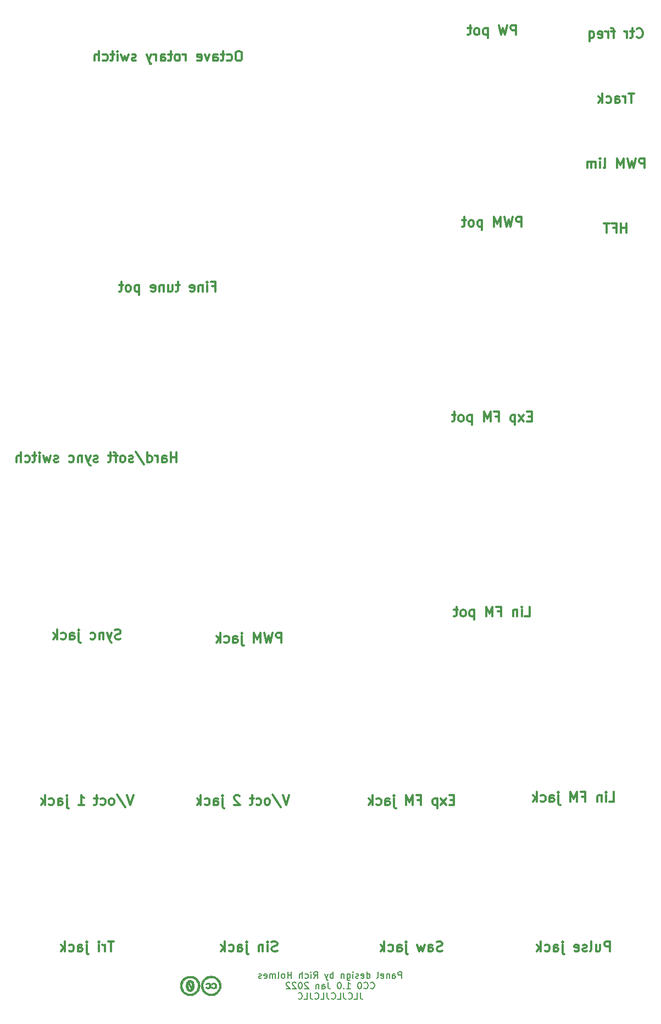
<source format=gbo>
G04 #@! TF.GenerationSoftware,KiCad,Pcbnew,6.0.1-79c1e3a40b~116~ubuntu20.04.1*
G04 #@! TF.CreationDate,2022-01-29T15:48:48-05:00*
G04 #@! TF.ProjectId,herovco_panel,6865726f-7663-46f5-9f70-616e656c2e6b,rev?*
G04 #@! TF.SameCoordinates,Original*
G04 #@! TF.FileFunction,Legend,Bot*
G04 #@! TF.FilePolarity,Positive*
%FSLAX46Y46*%
G04 Gerber Fmt 4.6, Leading zero omitted, Abs format (unit mm)*
G04 Created by KiCad (PCBNEW 6.0.1-79c1e3a40b~116~ubuntu20.04.1) date 2022-01-29 15:48:48*
%MOMM*%
%LPD*%
G01*
G04 APERTURE LIST*
%ADD10C,0.300000*%
%ADD11C,0.150000*%
%ADD12C,0.010000*%
G04 APERTURE END LIST*
D10*
X59778571Y-168278571D02*
X59278571Y-169778571D01*
X58778571Y-168278571D01*
X57207142Y-168207142D02*
X58492857Y-170135714D01*
X56492857Y-169778571D02*
X56635714Y-169707142D01*
X56707142Y-169635714D01*
X56778571Y-169492857D01*
X56778571Y-169064285D01*
X56707142Y-168921428D01*
X56635714Y-168850000D01*
X56492857Y-168778571D01*
X56278571Y-168778571D01*
X56135714Y-168850000D01*
X56064285Y-168921428D01*
X55992857Y-169064285D01*
X55992857Y-169492857D01*
X56064285Y-169635714D01*
X56135714Y-169707142D01*
X56278571Y-169778571D01*
X56492857Y-169778571D01*
X54707142Y-169707142D02*
X54850000Y-169778571D01*
X55135714Y-169778571D01*
X55278571Y-169707142D01*
X55350000Y-169635714D01*
X55421428Y-169492857D01*
X55421428Y-169064285D01*
X55350000Y-168921428D01*
X55278571Y-168850000D01*
X55135714Y-168778571D01*
X54850000Y-168778571D01*
X54707142Y-168850000D01*
X54278571Y-168778571D02*
X53707142Y-168778571D01*
X54064285Y-168278571D02*
X54064285Y-169564285D01*
X53992857Y-169707142D01*
X53850000Y-169778571D01*
X53707142Y-169778571D01*
X52135714Y-168421428D02*
X52064285Y-168350000D01*
X51921428Y-168278571D01*
X51564285Y-168278571D01*
X51421428Y-168350000D01*
X51350000Y-168421428D01*
X51278571Y-168564285D01*
X51278571Y-168707142D01*
X51350000Y-168921428D01*
X52207142Y-169778571D01*
X51278571Y-169778571D01*
X49492857Y-168778571D02*
X49492857Y-170064285D01*
X49564285Y-170207142D01*
X49707142Y-170278571D01*
X49778571Y-170278571D01*
X49492857Y-168278571D02*
X49564285Y-168350000D01*
X49492857Y-168421428D01*
X49421428Y-168350000D01*
X49492857Y-168278571D01*
X49492857Y-168421428D01*
X48135714Y-169778571D02*
X48135714Y-168992857D01*
X48207142Y-168850000D01*
X48350000Y-168778571D01*
X48635714Y-168778571D01*
X48778571Y-168850000D01*
X48135714Y-169707142D02*
X48278571Y-169778571D01*
X48635714Y-169778571D01*
X48778571Y-169707142D01*
X48850000Y-169564285D01*
X48850000Y-169421428D01*
X48778571Y-169278571D01*
X48635714Y-169207142D01*
X48278571Y-169207142D01*
X48135714Y-169135714D01*
X46778571Y-169707142D02*
X46921428Y-169778571D01*
X47207142Y-169778571D01*
X47350000Y-169707142D01*
X47421428Y-169635714D01*
X47492857Y-169492857D01*
X47492857Y-169064285D01*
X47421428Y-168921428D01*
X47350000Y-168850000D01*
X47207142Y-168778571D01*
X46921428Y-168778571D01*
X46778571Y-168850000D01*
X46135714Y-169778571D02*
X46135714Y-168278571D01*
X45992857Y-169207142D02*
X45564285Y-169778571D01*
X45564285Y-168778571D02*
X46135714Y-169350000D01*
X57921428Y-192207142D02*
X57707142Y-192278571D01*
X57350000Y-192278571D01*
X57207142Y-192207142D01*
X57135714Y-192135714D01*
X57064285Y-191992857D01*
X57064285Y-191850000D01*
X57135714Y-191707142D01*
X57207142Y-191635714D01*
X57350000Y-191564285D01*
X57635714Y-191492857D01*
X57778571Y-191421428D01*
X57850000Y-191350000D01*
X57921428Y-191207142D01*
X57921428Y-191064285D01*
X57850000Y-190921428D01*
X57778571Y-190850000D01*
X57635714Y-190778571D01*
X57278571Y-190778571D01*
X57064285Y-190850000D01*
X56421428Y-192278571D02*
X56421428Y-191278571D01*
X56421428Y-190778571D02*
X56492857Y-190850000D01*
X56421428Y-190921428D01*
X56350000Y-190850000D01*
X56421428Y-190778571D01*
X56421428Y-190921428D01*
X55707142Y-191278571D02*
X55707142Y-192278571D01*
X55707142Y-191421428D02*
X55635714Y-191350000D01*
X55492857Y-191278571D01*
X55278571Y-191278571D01*
X55135714Y-191350000D01*
X55064285Y-191492857D01*
X55064285Y-192278571D01*
X53207142Y-191278571D02*
X53207142Y-192564285D01*
X53278571Y-192707142D01*
X53421428Y-192778571D01*
X53492857Y-192778571D01*
X53207142Y-190778571D02*
X53278571Y-190850000D01*
X53207142Y-190921428D01*
X53135714Y-190850000D01*
X53207142Y-190778571D01*
X53207142Y-190921428D01*
X51850000Y-192278571D02*
X51850000Y-191492857D01*
X51921428Y-191350000D01*
X52064285Y-191278571D01*
X52350000Y-191278571D01*
X52492857Y-191350000D01*
X51850000Y-192207142D02*
X51992857Y-192278571D01*
X52350000Y-192278571D01*
X52492857Y-192207142D01*
X52564285Y-192064285D01*
X52564285Y-191921428D01*
X52492857Y-191778571D01*
X52350000Y-191707142D01*
X51992857Y-191707142D01*
X51850000Y-191635714D01*
X50492857Y-192207142D02*
X50635714Y-192278571D01*
X50921428Y-192278571D01*
X51064285Y-192207142D01*
X51135714Y-192135714D01*
X51207142Y-191992857D01*
X51207142Y-191564285D01*
X51135714Y-191421428D01*
X51064285Y-191350000D01*
X50921428Y-191278571D01*
X50635714Y-191278571D01*
X50492857Y-191350000D01*
X49850000Y-192278571D02*
X49850000Y-190778571D01*
X49707142Y-191707142D02*
X49278571Y-192278571D01*
X49278571Y-191278571D02*
X49850000Y-191850000D01*
X83350000Y-192207142D02*
X83135714Y-192278571D01*
X82778571Y-192278571D01*
X82635714Y-192207142D01*
X82564285Y-192135714D01*
X82492857Y-191992857D01*
X82492857Y-191850000D01*
X82564285Y-191707142D01*
X82635714Y-191635714D01*
X82778571Y-191564285D01*
X83064285Y-191492857D01*
X83207142Y-191421428D01*
X83278571Y-191350000D01*
X83350000Y-191207142D01*
X83350000Y-191064285D01*
X83278571Y-190921428D01*
X83207142Y-190850000D01*
X83064285Y-190778571D01*
X82707142Y-190778571D01*
X82492857Y-190850000D01*
X81207142Y-192278571D02*
X81207142Y-191492857D01*
X81278571Y-191350000D01*
X81421428Y-191278571D01*
X81707142Y-191278571D01*
X81850000Y-191350000D01*
X81207142Y-192207142D02*
X81350000Y-192278571D01*
X81707142Y-192278571D01*
X81850000Y-192207142D01*
X81921428Y-192064285D01*
X81921428Y-191921428D01*
X81850000Y-191778571D01*
X81707142Y-191707142D01*
X81350000Y-191707142D01*
X81207142Y-191635714D01*
X80635714Y-191278571D02*
X80350000Y-192278571D01*
X80064285Y-191564285D01*
X79778571Y-192278571D01*
X79492857Y-191278571D01*
X77778571Y-191278571D02*
X77778571Y-192564285D01*
X77850000Y-192707142D01*
X77992857Y-192778571D01*
X78064285Y-192778571D01*
X77778571Y-190778571D02*
X77850000Y-190850000D01*
X77778571Y-190921428D01*
X77707142Y-190850000D01*
X77778571Y-190778571D01*
X77778571Y-190921428D01*
X76421428Y-192278571D02*
X76421428Y-191492857D01*
X76492857Y-191350000D01*
X76635714Y-191278571D01*
X76921428Y-191278571D01*
X77064285Y-191350000D01*
X76421428Y-192207142D02*
X76564285Y-192278571D01*
X76921428Y-192278571D01*
X77064285Y-192207142D01*
X77135714Y-192064285D01*
X77135714Y-191921428D01*
X77064285Y-191778571D01*
X76921428Y-191707142D01*
X76564285Y-191707142D01*
X76421428Y-191635714D01*
X75064285Y-192207142D02*
X75207142Y-192278571D01*
X75492857Y-192278571D01*
X75635714Y-192207142D01*
X75707142Y-192135714D01*
X75778571Y-191992857D01*
X75778571Y-191564285D01*
X75707142Y-191421428D01*
X75635714Y-191350000D01*
X75492857Y-191278571D01*
X75207142Y-191278571D01*
X75064285Y-191350000D01*
X74421428Y-192278571D02*
X74421428Y-190778571D01*
X74278571Y-191707142D02*
X73850000Y-192278571D01*
X73850000Y-191278571D02*
X74421428Y-191850000D01*
X109171428Y-192278571D02*
X109171428Y-190778571D01*
X108600000Y-190778571D01*
X108457142Y-190850000D01*
X108385714Y-190921428D01*
X108314285Y-191064285D01*
X108314285Y-191278571D01*
X108385714Y-191421428D01*
X108457142Y-191492857D01*
X108600000Y-191564285D01*
X109171428Y-191564285D01*
X107028571Y-191278571D02*
X107028571Y-192278571D01*
X107671428Y-191278571D02*
X107671428Y-192064285D01*
X107600000Y-192207142D01*
X107457142Y-192278571D01*
X107242857Y-192278571D01*
X107100000Y-192207142D01*
X107028571Y-192135714D01*
X106100000Y-192278571D02*
X106242857Y-192207142D01*
X106314285Y-192064285D01*
X106314285Y-190778571D01*
X105600000Y-192207142D02*
X105457142Y-192278571D01*
X105171428Y-192278571D01*
X105028571Y-192207142D01*
X104957142Y-192064285D01*
X104957142Y-191992857D01*
X105028571Y-191850000D01*
X105171428Y-191778571D01*
X105385714Y-191778571D01*
X105528571Y-191707142D01*
X105600000Y-191564285D01*
X105600000Y-191492857D01*
X105528571Y-191350000D01*
X105385714Y-191278571D01*
X105171428Y-191278571D01*
X105028571Y-191350000D01*
X103742857Y-192207142D02*
X103885714Y-192278571D01*
X104171428Y-192278571D01*
X104314285Y-192207142D01*
X104385714Y-192064285D01*
X104385714Y-191492857D01*
X104314285Y-191350000D01*
X104171428Y-191278571D01*
X103885714Y-191278571D01*
X103742857Y-191350000D01*
X103671428Y-191492857D01*
X103671428Y-191635714D01*
X104385714Y-191778571D01*
X101885714Y-191278571D02*
X101885714Y-192564285D01*
X101957142Y-192707142D01*
X102100000Y-192778571D01*
X102171428Y-192778571D01*
X101885714Y-190778571D02*
X101957142Y-190850000D01*
X101885714Y-190921428D01*
X101814285Y-190850000D01*
X101885714Y-190778571D01*
X101885714Y-190921428D01*
X100528571Y-192278571D02*
X100528571Y-191492857D01*
X100600000Y-191350000D01*
X100742857Y-191278571D01*
X101028571Y-191278571D01*
X101171428Y-191350000D01*
X100528571Y-192207142D02*
X100671428Y-192278571D01*
X101028571Y-192278571D01*
X101171428Y-192207142D01*
X101242857Y-192064285D01*
X101242857Y-191921428D01*
X101171428Y-191778571D01*
X101028571Y-191707142D01*
X100671428Y-191707142D01*
X100528571Y-191635714D01*
X99171428Y-192207142D02*
X99314285Y-192278571D01*
X99600000Y-192278571D01*
X99742857Y-192207142D01*
X99814285Y-192135714D01*
X99885714Y-191992857D01*
X99885714Y-191564285D01*
X99814285Y-191421428D01*
X99742857Y-191350000D01*
X99600000Y-191278571D01*
X99314285Y-191278571D01*
X99171428Y-191350000D01*
X98528571Y-192278571D02*
X98528571Y-190778571D01*
X98385714Y-191707142D02*
X97957142Y-192278571D01*
X97957142Y-191278571D02*
X98528571Y-191850000D01*
X114528571Y-71778571D02*
X114528571Y-70278571D01*
X113957142Y-70278571D01*
X113814285Y-70350000D01*
X113742857Y-70421428D01*
X113671428Y-70564285D01*
X113671428Y-70778571D01*
X113742857Y-70921428D01*
X113814285Y-70992857D01*
X113957142Y-71064285D01*
X114528571Y-71064285D01*
X113171428Y-70278571D02*
X112814285Y-71778571D01*
X112528571Y-70707142D01*
X112242857Y-71778571D01*
X111885714Y-70278571D01*
X111314285Y-71778571D02*
X111314285Y-70278571D01*
X110814285Y-71350000D01*
X110314285Y-70278571D01*
X110314285Y-71778571D01*
X108242857Y-71778571D02*
X108385714Y-71707142D01*
X108457142Y-71564285D01*
X108457142Y-70278571D01*
X107671428Y-71778571D02*
X107671428Y-70778571D01*
X107671428Y-70278571D02*
X107742857Y-70350000D01*
X107671428Y-70421428D01*
X107600000Y-70350000D01*
X107671428Y-70278571D01*
X107671428Y-70421428D01*
X106957142Y-71778571D02*
X106957142Y-70778571D01*
X106957142Y-70921428D02*
X106885714Y-70850000D01*
X106742857Y-70778571D01*
X106528571Y-70778571D01*
X106385714Y-70850000D01*
X106314285Y-70992857D01*
X106314285Y-71778571D01*
X106314285Y-70992857D02*
X106242857Y-70850000D01*
X106100000Y-70778571D01*
X105885714Y-70778571D01*
X105742857Y-70850000D01*
X105671428Y-70992857D01*
X105671428Y-71778571D01*
X113314285Y-51635714D02*
X113385714Y-51707142D01*
X113600000Y-51778571D01*
X113742857Y-51778571D01*
X113957142Y-51707142D01*
X114100000Y-51564285D01*
X114171428Y-51421428D01*
X114242857Y-51135714D01*
X114242857Y-50921428D01*
X114171428Y-50635714D01*
X114100000Y-50492857D01*
X113957142Y-50350000D01*
X113742857Y-50278571D01*
X113600000Y-50278571D01*
X113385714Y-50350000D01*
X113314285Y-50421428D01*
X112885714Y-50778571D02*
X112314285Y-50778571D01*
X112671428Y-50278571D02*
X112671428Y-51564285D01*
X112600000Y-51707142D01*
X112457142Y-51778571D01*
X112314285Y-51778571D01*
X111814285Y-51778571D02*
X111814285Y-50778571D01*
X111814285Y-51064285D02*
X111742857Y-50921428D01*
X111671428Y-50850000D01*
X111528571Y-50778571D01*
X111385714Y-50778571D01*
X109957142Y-50778571D02*
X109385714Y-50778571D01*
X109742857Y-51778571D02*
X109742857Y-50492857D01*
X109671428Y-50350000D01*
X109528571Y-50278571D01*
X109385714Y-50278571D01*
X108885714Y-51778571D02*
X108885714Y-50778571D01*
X108885714Y-51064285D02*
X108814285Y-50921428D01*
X108742857Y-50850000D01*
X108600000Y-50778571D01*
X108457142Y-50778571D01*
X107385714Y-51707142D02*
X107528571Y-51778571D01*
X107814285Y-51778571D01*
X107957142Y-51707142D01*
X108028571Y-51564285D01*
X108028571Y-50992857D01*
X107957142Y-50850000D01*
X107814285Y-50778571D01*
X107528571Y-50778571D01*
X107385714Y-50850000D01*
X107314285Y-50992857D01*
X107314285Y-51135714D01*
X108028571Y-51278571D01*
X106028571Y-50778571D02*
X106028571Y-52278571D01*
X106028571Y-51707142D02*
X106171428Y-51778571D01*
X106457142Y-51778571D01*
X106600000Y-51707142D01*
X106671428Y-51635714D01*
X106742857Y-51492857D01*
X106742857Y-51064285D01*
X106671428Y-50921428D01*
X106600000Y-50850000D01*
X106457142Y-50778571D01*
X106171428Y-50778571D01*
X106028571Y-50850000D01*
X112921428Y-60278571D02*
X112064285Y-60278571D01*
X112492857Y-61778571D02*
X112492857Y-60278571D01*
X111564285Y-61778571D02*
X111564285Y-60778571D01*
X111564285Y-61064285D02*
X111492857Y-60921428D01*
X111421428Y-60850000D01*
X111278571Y-60778571D01*
X111135714Y-60778571D01*
X109992857Y-61778571D02*
X109992857Y-60992857D01*
X110064285Y-60850000D01*
X110207142Y-60778571D01*
X110492857Y-60778571D01*
X110635714Y-60850000D01*
X109992857Y-61707142D02*
X110135714Y-61778571D01*
X110492857Y-61778571D01*
X110635714Y-61707142D01*
X110707142Y-61564285D01*
X110707142Y-61421428D01*
X110635714Y-61278571D01*
X110492857Y-61207142D01*
X110135714Y-61207142D01*
X109992857Y-61135714D01*
X108635714Y-61707142D02*
X108778571Y-61778571D01*
X109064285Y-61778571D01*
X109207142Y-61707142D01*
X109278571Y-61635714D01*
X109350000Y-61492857D01*
X109350000Y-61064285D01*
X109278571Y-60921428D01*
X109207142Y-60850000D01*
X109064285Y-60778571D01*
X108778571Y-60778571D01*
X108635714Y-60850000D01*
X107992857Y-61778571D02*
X107992857Y-60278571D01*
X107850000Y-61207142D02*
X107421428Y-61778571D01*
X107421428Y-60778571D02*
X107992857Y-61350000D01*
X111742857Y-81778571D02*
X111742857Y-80278571D01*
X111742857Y-80992857D02*
X110885714Y-80992857D01*
X110885714Y-81778571D02*
X110885714Y-80278571D01*
X109671428Y-80992857D02*
X110171428Y-80992857D01*
X110171428Y-81778571D02*
X110171428Y-80278571D01*
X109457142Y-80278571D01*
X109100000Y-80278571D02*
X108242857Y-80278571D01*
X108671428Y-81778571D02*
X108671428Y-80278571D01*
X58564285Y-144778571D02*
X58564285Y-143278571D01*
X57992857Y-143278571D01*
X57850000Y-143350000D01*
X57778571Y-143421428D01*
X57707142Y-143564285D01*
X57707142Y-143778571D01*
X57778571Y-143921428D01*
X57850000Y-143992857D01*
X57992857Y-144064285D01*
X58564285Y-144064285D01*
X57207142Y-143278571D02*
X56850000Y-144778571D01*
X56564285Y-143707142D01*
X56278571Y-144778571D01*
X55921428Y-143278571D01*
X55350000Y-144778571D02*
X55350000Y-143278571D01*
X54850000Y-144350000D01*
X54350000Y-143278571D01*
X54350000Y-144778571D01*
X52492857Y-143778571D02*
X52492857Y-145064285D01*
X52564285Y-145207142D01*
X52707142Y-145278571D01*
X52778571Y-145278571D01*
X52492857Y-143278571D02*
X52564285Y-143350000D01*
X52492857Y-143421428D01*
X52421428Y-143350000D01*
X52492857Y-143278571D01*
X52492857Y-143421428D01*
X51135714Y-144778571D02*
X51135714Y-143992857D01*
X51207142Y-143850000D01*
X51350000Y-143778571D01*
X51635714Y-143778571D01*
X51778571Y-143850000D01*
X51135714Y-144707142D02*
X51278571Y-144778571D01*
X51635714Y-144778571D01*
X51778571Y-144707142D01*
X51850000Y-144564285D01*
X51850000Y-144421428D01*
X51778571Y-144278571D01*
X51635714Y-144207142D01*
X51278571Y-144207142D01*
X51135714Y-144135714D01*
X49778571Y-144707142D02*
X49921428Y-144778571D01*
X50207142Y-144778571D01*
X50350000Y-144707142D01*
X50421428Y-144635714D01*
X50492857Y-144492857D01*
X50492857Y-144064285D01*
X50421428Y-143921428D01*
X50350000Y-143850000D01*
X50207142Y-143778571D01*
X49921428Y-143778571D01*
X49778571Y-143850000D01*
X49135714Y-144778571D02*
X49135714Y-143278571D01*
X48992857Y-144207142D02*
X48564285Y-144778571D01*
X48564285Y-143778571D02*
X49135714Y-144350000D01*
X35778571Y-168278571D02*
X35278571Y-169778571D01*
X34778571Y-168278571D01*
X33207142Y-168207142D02*
X34492857Y-170135714D01*
X32492857Y-169778571D02*
X32635714Y-169707142D01*
X32707142Y-169635714D01*
X32778571Y-169492857D01*
X32778571Y-169064285D01*
X32707142Y-168921428D01*
X32635714Y-168850000D01*
X32492857Y-168778571D01*
X32278571Y-168778571D01*
X32135714Y-168850000D01*
X32064285Y-168921428D01*
X31992857Y-169064285D01*
X31992857Y-169492857D01*
X32064285Y-169635714D01*
X32135714Y-169707142D01*
X32278571Y-169778571D01*
X32492857Y-169778571D01*
X30707142Y-169707142D02*
X30850000Y-169778571D01*
X31135714Y-169778571D01*
X31278571Y-169707142D01*
X31350000Y-169635714D01*
X31421428Y-169492857D01*
X31421428Y-169064285D01*
X31350000Y-168921428D01*
X31278571Y-168850000D01*
X31135714Y-168778571D01*
X30850000Y-168778571D01*
X30707142Y-168850000D01*
X30278571Y-168778571D02*
X29707142Y-168778571D01*
X30064285Y-168278571D02*
X30064285Y-169564285D01*
X29992857Y-169707142D01*
X29850000Y-169778571D01*
X29707142Y-169778571D01*
X27278571Y-169778571D02*
X28135714Y-169778571D01*
X27707142Y-169778571D02*
X27707142Y-168278571D01*
X27850000Y-168492857D01*
X27992857Y-168635714D01*
X28135714Y-168707142D01*
X25492857Y-168778571D02*
X25492857Y-170064285D01*
X25564285Y-170207142D01*
X25707142Y-170278571D01*
X25778571Y-170278571D01*
X25492857Y-168278571D02*
X25564285Y-168350000D01*
X25492857Y-168421428D01*
X25421428Y-168350000D01*
X25492857Y-168278571D01*
X25492857Y-168421428D01*
X24135714Y-169778571D02*
X24135714Y-168992857D01*
X24207142Y-168850000D01*
X24350000Y-168778571D01*
X24635714Y-168778571D01*
X24778571Y-168850000D01*
X24135714Y-169707142D02*
X24278571Y-169778571D01*
X24635714Y-169778571D01*
X24778571Y-169707142D01*
X24850000Y-169564285D01*
X24850000Y-169421428D01*
X24778571Y-169278571D01*
X24635714Y-169207142D01*
X24278571Y-169207142D01*
X24135714Y-169135714D01*
X22778571Y-169707142D02*
X22921428Y-169778571D01*
X23207142Y-169778571D01*
X23350000Y-169707142D01*
X23421428Y-169635714D01*
X23492857Y-169492857D01*
X23492857Y-169064285D01*
X23421428Y-168921428D01*
X23350000Y-168850000D01*
X23207142Y-168778571D01*
X22921428Y-168778571D01*
X22778571Y-168850000D01*
X22135714Y-169778571D02*
X22135714Y-168278571D01*
X21992857Y-169207142D02*
X21564285Y-169778571D01*
X21564285Y-168778571D02*
X22135714Y-169350000D01*
X85135714Y-168992857D02*
X84635714Y-168992857D01*
X84421428Y-169778571D02*
X85135714Y-169778571D01*
X85135714Y-168278571D01*
X84421428Y-168278571D01*
X83921428Y-169778571D02*
X83135714Y-168778571D01*
X83921428Y-168778571D02*
X83135714Y-169778571D01*
X82564285Y-168778571D02*
X82564285Y-170278571D01*
X82564285Y-168850000D02*
X82421428Y-168778571D01*
X82135714Y-168778571D01*
X81992857Y-168850000D01*
X81921428Y-168921428D01*
X81850000Y-169064285D01*
X81850000Y-169492857D01*
X81921428Y-169635714D01*
X81992857Y-169707142D01*
X82135714Y-169778571D01*
X82421428Y-169778571D01*
X82564285Y-169707142D01*
X79564285Y-168992857D02*
X80064285Y-168992857D01*
X80064285Y-169778571D02*
X80064285Y-168278571D01*
X79350000Y-168278571D01*
X78778571Y-169778571D02*
X78778571Y-168278571D01*
X78278571Y-169350000D01*
X77778571Y-168278571D01*
X77778571Y-169778571D01*
X75921428Y-168778571D02*
X75921428Y-170064285D01*
X75992857Y-170207142D01*
X76135714Y-170278571D01*
X76207142Y-170278571D01*
X75921428Y-168278571D02*
X75992857Y-168350000D01*
X75921428Y-168421428D01*
X75850000Y-168350000D01*
X75921428Y-168278571D01*
X75921428Y-168421428D01*
X74564285Y-169778571D02*
X74564285Y-168992857D01*
X74635714Y-168850000D01*
X74778571Y-168778571D01*
X75064285Y-168778571D01*
X75207142Y-168850000D01*
X74564285Y-169707142D02*
X74707142Y-169778571D01*
X75064285Y-169778571D01*
X75207142Y-169707142D01*
X75278571Y-169564285D01*
X75278571Y-169421428D01*
X75207142Y-169278571D01*
X75064285Y-169207142D01*
X74707142Y-169207142D01*
X74564285Y-169135714D01*
X73207142Y-169707142D02*
X73350000Y-169778571D01*
X73635714Y-169778571D01*
X73778571Y-169707142D01*
X73850000Y-169635714D01*
X73921428Y-169492857D01*
X73921428Y-169064285D01*
X73850000Y-168921428D01*
X73778571Y-168850000D01*
X73635714Y-168778571D01*
X73350000Y-168778571D01*
X73207142Y-168850000D01*
X72564285Y-169778571D02*
X72564285Y-168278571D01*
X72421428Y-169207142D02*
X71992857Y-169778571D01*
X71992857Y-168778571D02*
X72564285Y-169350000D01*
X33778571Y-144207142D02*
X33564285Y-144278571D01*
X33207142Y-144278571D01*
X33064285Y-144207142D01*
X32992857Y-144135714D01*
X32921428Y-143992857D01*
X32921428Y-143850000D01*
X32992857Y-143707142D01*
X33064285Y-143635714D01*
X33207142Y-143564285D01*
X33492857Y-143492857D01*
X33635714Y-143421428D01*
X33707142Y-143350000D01*
X33778571Y-143207142D01*
X33778571Y-143064285D01*
X33707142Y-142921428D01*
X33635714Y-142850000D01*
X33492857Y-142778571D01*
X33135714Y-142778571D01*
X32921428Y-142850000D01*
X32421428Y-143278571D02*
X32064285Y-144278571D01*
X31707142Y-143278571D02*
X32064285Y-144278571D01*
X32207142Y-144635714D01*
X32278571Y-144707142D01*
X32421428Y-144778571D01*
X31135714Y-143278571D02*
X31135714Y-144278571D01*
X31135714Y-143421428D02*
X31064285Y-143350000D01*
X30921428Y-143278571D01*
X30707142Y-143278571D01*
X30564285Y-143350000D01*
X30492857Y-143492857D01*
X30492857Y-144278571D01*
X29135714Y-144207142D02*
X29278571Y-144278571D01*
X29564285Y-144278571D01*
X29707142Y-144207142D01*
X29778571Y-144135714D01*
X29850000Y-143992857D01*
X29850000Y-143564285D01*
X29778571Y-143421428D01*
X29707142Y-143350000D01*
X29564285Y-143278571D01*
X29278571Y-143278571D01*
X29135714Y-143350000D01*
X27350000Y-143278571D02*
X27350000Y-144564285D01*
X27421428Y-144707142D01*
X27564285Y-144778571D01*
X27635714Y-144778571D01*
X27350000Y-142778571D02*
X27421428Y-142850000D01*
X27350000Y-142921428D01*
X27278571Y-142850000D01*
X27350000Y-142778571D01*
X27350000Y-142921428D01*
X25992857Y-144278571D02*
X25992857Y-143492857D01*
X26064285Y-143350000D01*
X26207142Y-143278571D01*
X26492857Y-143278571D01*
X26635714Y-143350000D01*
X25992857Y-144207142D02*
X26135714Y-144278571D01*
X26492857Y-144278571D01*
X26635714Y-144207142D01*
X26707142Y-144064285D01*
X26707142Y-143921428D01*
X26635714Y-143778571D01*
X26492857Y-143707142D01*
X26135714Y-143707142D01*
X25992857Y-143635714D01*
X24635714Y-144207142D02*
X24778571Y-144278571D01*
X25064285Y-144278571D01*
X25207142Y-144207142D01*
X25278571Y-144135714D01*
X25350000Y-143992857D01*
X25350000Y-143564285D01*
X25278571Y-143421428D01*
X25207142Y-143350000D01*
X25064285Y-143278571D01*
X24778571Y-143278571D01*
X24635714Y-143350000D01*
X23992857Y-144278571D02*
X23992857Y-142778571D01*
X23850000Y-143707142D02*
X23421428Y-144278571D01*
X23421428Y-143278571D02*
X23992857Y-143850000D01*
X109100000Y-169278571D02*
X109814285Y-169278571D01*
X109814285Y-167778571D01*
X108600000Y-169278571D02*
X108600000Y-168278571D01*
X108600000Y-167778571D02*
X108671428Y-167850000D01*
X108600000Y-167921428D01*
X108528571Y-167850000D01*
X108600000Y-167778571D01*
X108600000Y-167921428D01*
X107885714Y-168278571D02*
X107885714Y-169278571D01*
X107885714Y-168421428D02*
X107814285Y-168350000D01*
X107671428Y-168278571D01*
X107457142Y-168278571D01*
X107314285Y-168350000D01*
X107242857Y-168492857D01*
X107242857Y-169278571D01*
X104885714Y-168492857D02*
X105385714Y-168492857D01*
X105385714Y-169278571D02*
X105385714Y-167778571D01*
X104671428Y-167778571D01*
X104100000Y-169278571D02*
X104100000Y-167778571D01*
X103600000Y-168850000D01*
X103100000Y-167778571D01*
X103100000Y-169278571D01*
X101242857Y-168278571D02*
X101242857Y-169564285D01*
X101314285Y-169707142D01*
X101457142Y-169778571D01*
X101528571Y-169778571D01*
X101242857Y-167778571D02*
X101314285Y-167850000D01*
X101242857Y-167921428D01*
X101171428Y-167850000D01*
X101242857Y-167778571D01*
X101242857Y-167921428D01*
X99885714Y-169278571D02*
X99885714Y-168492857D01*
X99957142Y-168350000D01*
X100100000Y-168278571D01*
X100385714Y-168278571D01*
X100528571Y-168350000D01*
X99885714Y-169207142D02*
X100028571Y-169278571D01*
X100385714Y-169278571D01*
X100528571Y-169207142D01*
X100600000Y-169064285D01*
X100600000Y-168921428D01*
X100528571Y-168778571D01*
X100385714Y-168707142D01*
X100028571Y-168707142D01*
X99885714Y-168635714D01*
X98528571Y-169207142D02*
X98671428Y-169278571D01*
X98957142Y-169278571D01*
X99100000Y-169207142D01*
X99171428Y-169135714D01*
X99242857Y-168992857D01*
X99242857Y-168564285D01*
X99171428Y-168421428D01*
X99100000Y-168350000D01*
X98957142Y-168278571D01*
X98671428Y-168278571D01*
X98528571Y-168350000D01*
X97885714Y-169278571D02*
X97885714Y-167778571D01*
X97742857Y-168707142D02*
X97314285Y-169278571D01*
X97314285Y-168278571D02*
X97885714Y-168850000D01*
D11*
X77100000Y-196442380D02*
X77100000Y-195442380D01*
X76719047Y-195442380D01*
X76623809Y-195490000D01*
X76576190Y-195537619D01*
X76528571Y-195632857D01*
X76528571Y-195775714D01*
X76576190Y-195870952D01*
X76623809Y-195918571D01*
X76719047Y-195966190D01*
X77100000Y-195966190D01*
X75671428Y-196442380D02*
X75671428Y-195918571D01*
X75719047Y-195823333D01*
X75814285Y-195775714D01*
X76004761Y-195775714D01*
X76100000Y-195823333D01*
X75671428Y-196394761D02*
X75766666Y-196442380D01*
X76004761Y-196442380D01*
X76100000Y-196394761D01*
X76147619Y-196299523D01*
X76147619Y-196204285D01*
X76100000Y-196109047D01*
X76004761Y-196061428D01*
X75766666Y-196061428D01*
X75671428Y-196013809D01*
X75195238Y-195775714D02*
X75195238Y-196442380D01*
X75195238Y-195870952D02*
X75147619Y-195823333D01*
X75052380Y-195775714D01*
X74909523Y-195775714D01*
X74814285Y-195823333D01*
X74766666Y-195918571D01*
X74766666Y-196442380D01*
X73909523Y-196394761D02*
X74004761Y-196442380D01*
X74195238Y-196442380D01*
X74290476Y-196394761D01*
X74338095Y-196299523D01*
X74338095Y-195918571D01*
X74290476Y-195823333D01*
X74195238Y-195775714D01*
X74004761Y-195775714D01*
X73909523Y-195823333D01*
X73861904Y-195918571D01*
X73861904Y-196013809D01*
X74338095Y-196109047D01*
X73290476Y-196442380D02*
X73385714Y-196394761D01*
X73433333Y-196299523D01*
X73433333Y-195442380D01*
X71719047Y-196442380D02*
X71719047Y-195442380D01*
X71719047Y-196394761D02*
X71814285Y-196442380D01*
X72004761Y-196442380D01*
X72100000Y-196394761D01*
X72147619Y-196347142D01*
X72195238Y-196251904D01*
X72195238Y-195966190D01*
X72147619Y-195870952D01*
X72100000Y-195823333D01*
X72004761Y-195775714D01*
X71814285Y-195775714D01*
X71719047Y-195823333D01*
X70861904Y-196394761D02*
X70957142Y-196442380D01*
X71147619Y-196442380D01*
X71242857Y-196394761D01*
X71290476Y-196299523D01*
X71290476Y-195918571D01*
X71242857Y-195823333D01*
X71147619Y-195775714D01*
X70957142Y-195775714D01*
X70861904Y-195823333D01*
X70814285Y-195918571D01*
X70814285Y-196013809D01*
X71290476Y-196109047D01*
X70433333Y-196394761D02*
X70338095Y-196442380D01*
X70147619Y-196442380D01*
X70052380Y-196394761D01*
X70004761Y-196299523D01*
X70004761Y-196251904D01*
X70052380Y-196156666D01*
X70147619Y-196109047D01*
X70290476Y-196109047D01*
X70385714Y-196061428D01*
X70433333Y-195966190D01*
X70433333Y-195918571D01*
X70385714Y-195823333D01*
X70290476Y-195775714D01*
X70147619Y-195775714D01*
X70052380Y-195823333D01*
X69576190Y-196442380D02*
X69576190Y-195775714D01*
X69576190Y-195442380D02*
X69623809Y-195490000D01*
X69576190Y-195537619D01*
X69528571Y-195490000D01*
X69576190Y-195442380D01*
X69576190Y-195537619D01*
X68671428Y-195775714D02*
X68671428Y-196585238D01*
X68719047Y-196680476D01*
X68766666Y-196728095D01*
X68861904Y-196775714D01*
X69004761Y-196775714D01*
X69100000Y-196728095D01*
X68671428Y-196394761D02*
X68766666Y-196442380D01*
X68957142Y-196442380D01*
X69052380Y-196394761D01*
X69100000Y-196347142D01*
X69147619Y-196251904D01*
X69147619Y-195966190D01*
X69100000Y-195870952D01*
X69052380Y-195823333D01*
X68957142Y-195775714D01*
X68766666Y-195775714D01*
X68671428Y-195823333D01*
X68195238Y-195775714D02*
X68195238Y-196442380D01*
X68195238Y-195870952D02*
X68147619Y-195823333D01*
X68052380Y-195775714D01*
X67909523Y-195775714D01*
X67814285Y-195823333D01*
X67766666Y-195918571D01*
X67766666Y-196442380D01*
X66528571Y-196442380D02*
X66528571Y-195442380D01*
X66528571Y-195823333D02*
X66433333Y-195775714D01*
X66242857Y-195775714D01*
X66147619Y-195823333D01*
X66100000Y-195870952D01*
X66052380Y-195966190D01*
X66052380Y-196251904D01*
X66100000Y-196347142D01*
X66147619Y-196394761D01*
X66242857Y-196442380D01*
X66433333Y-196442380D01*
X66528571Y-196394761D01*
X65719047Y-195775714D02*
X65480952Y-196442380D01*
X65242857Y-195775714D02*
X65480952Y-196442380D01*
X65576190Y-196680476D01*
X65623809Y-196728095D01*
X65719047Y-196775714D01*
X63528571Y-196442380D02*
X63861904Y-195966190D01*
X64100000Y-196442380D02*
X64100000Y-195442380D01*
X63719047Y-195442380D01*
X63623809Y-195490000D01*
X63576190Y-195537619D01*
X63528571Y-195632857D01*
X63528571Y-195775714D01*
X63576190Y-195870952D01*
X63623809Y-195918571D01*
X63719047Y-195966190D01*
X64100000Y-195966190D01*
X63100000Y-196442380D02*
X63100000Y-195775714D01*
X63100000Y-195442380D02*
X63147619Y-195490000D01*
X63100000Y-195537619D01*
X63052380Y-195490000D01*
X63100000Y-195442380D01*
X63100000Y-195537619D01*
X62195238Y-196394761D02*
X62290476Y-196442380D01*
X62480952Y-196442380D01*
X62576190Y-196394761D01*
X62623809Y-196347142D01*
X62671428Y-196251904D01*
X62671428Y-195966190D01*
X62623809Y-195870952D01*
X62576190Y-195823333D01*
X62480952Y-195775714D01*
X62290476Y-195775714D01*
X62195238Y-195823333D01*
X61766666Y-196442380D02*
X61766666Y-195442380D01*
X61338095Y-196442380D02*
X61338095Y-195918571D01*
X61385714Y-195823333D01*
X61480952Y-195775714D01*
X61623809Y-195775714D01*
X61719047Y-195823333D01*
X61766666Y-195870952D01*
X60100000Y-196442380D02*
X60100000Y-195442380D01*
X60100000Y-195918571D02*
X59528571Y-195918571D01*
X59528571Y-196442380D02*
X59528571Y-195442380D01*
X58909523Y-196442380D02*
X59004761Y-196394761D01*
X59052380Y-196347142D01*
X59100000Y-196251904D01*
X59100000Y-195966190D01*
X59052380Y-195870952D01*
X59004761Y-195823333D01*
X58909523Y-195775714D01*
X58766666Y-195775714D01*
X58671428Y-195823333D01*
X58623809Y-195870952D01*
X58576190Y-195966190D01*
X58576190Y-196251904D01*
X58623809Y-196347142D01*
X58671428Y-196394761D01*
X58766666Y-196442380D01*
X58909523Y-196442380D01*
X58004761Y-196442380D02*
X58100000Y-196394761D01*
X58147619Y-196299523D01*
X58147619Y-195442380D01*
X57623809Y-196442380D02*
X57623809Y-195775714D01*
X57623809Y-195870952D02*
X57576190Y-195823333D01*
X57480952Y-195775714D01*
X57338095Y-195775714D01*
X57242857Y-195823333D01*
X57195238Y-195918571D01*
X57195238Y-196442380D01*
X57195238Y-195918571D02*
X57147619Y-195823333D01*
X57052380Y-195775714D01*
X56909523Y-195775714D01*
X56814285Y-195823333D01*
X56766666Y-195918571D01*
X56766666Y-196442380D01*
X55909523Y-196394761D02*
X56004761Y-196442380D01*
X56195238Y-196442380D01*
X56290476Y-196394761D01*
X56338095Y-196299523D01*
X56338095Y-195918571D01*
X56290476Y-195823333D01*
X56195238Y-195775714D01*
X56004761Y-195775714D01*
X55909523Y-195823333D01*
X55861904Y-195918571D01*
X55861904Y-196013809D01*
X56338095Y-196109047D01*
X55480952Y-196394761D02*
X55385714Y-196442380D01*
X55195238Y-196442380D01*
X55100000Y-196394761D01*
X55052380Y-196299523D01*
X55052380Y-196251904D01*
X55100000Y-196156666D01*
X55195238Y-196109047D01*
X55338095Y-196109047D01*
X55433333Y-196061428D01*
X55480952Y-195966190D01*
X55480952Y-195918571D01*
X55433333Y-195823333D01*
X55338095Y-195775714D01*
X55195238Y-195775714D01*
X55100000Y-195823333D01*
X72290476Y-197957142D02*
X72338095Y-198004761D01*
X72480952Y-198052380D01*
X72576190Y-198052380D01*
X72719047Y-198004761D01*
X72814285Y-197909523D01*
X72861904Y-197814285D01*
X72909523Y-197623809D01*
X72909523Y-197480952D01*
X72861904Y-197290476D01*
X72814285Y-197195238D01*
X72719047Y-197100000D01*
X72576190Y-197052380D01*
X72480952Y-197052380D01*
X72338095Y-197100000D01*
X72290476Y-197147619D01*
X71290476Y-197957142D02*
X71338095Y-198004761D01*
X71480952Y-198052380D01*
X71576190Y-198052380D01*
X71719047Y-198004761D01*
X71814285Y-197909523D01*
X71861904Y-197814285D01*
X71909523Y-197623809D01*
X71909523Y-197480952D01*
X71861904Y-197290476D01*
X71814285Y-197195238D01*
X71719047Y-197100000D01*
X71576190Y-197052380D01*
X71480952Y-197052380D01*
X71338095Y-197100000D01*
X71290476Y-197147619D01*
X70671428Y-197052380D02*
X70576190Y-197052380D01*
X70480952Y-197100000D01*
X70433333Y-197147619D01*
X70385714Y-197242857D01*
X70338095Y-197433333D01*
X70338095Y-197671428D01*
X70385714Y-197861904D01*
X70433333Y-197957142D01*
X70480952Y-198004761D01*
X70576190Y-198052380D01*
X70671428Y-198052380D01*
X70766666Y-198004761D01*
X70814285Y-197957142D01*
X70861904Y-197861904D01*
X70909523Y-197671428D01*
X70909523Y-197433333D01*
X70861904Y-197242857D01*
X70814285Y-197147619D01*
X70766666Y-197100000D01*
X70671428Y-197052380D01*
X68623809Y-198052380D02*
X69195238Y-198052380D01*
X68909523Y-198052380D02*
X68909523Y-197052380D01*
X69004761Y-197195238D01*
X69100000Y-197290476D01*
X69195238Y-197338095D01*
X68195238Y-197957142D02*
X68147619Y-198004761D01*
X68195238Y-198052380D01*
X68242857Y-198004761D01*
X68195238Y-197957142D01*
X68195238Y-198052380D01*
X67528571Y-197052380D02*
X67433333Y-197052380D01*
X67338095Y-197100000D01*
X67290476Y-197147619D01*
X67242857Y-197242857D01*
X67195238Y-197433333D01*
X67195238Y-197671428D01*
X67242857Y-197861904D01*
X67290476Y-197957142D01*
X67338095Y-198004761D01*
X67433333Y-198052380D01*
X67528571Y-198052380D01*
X67623809Y-198004761D01*
X67671428Y-197957142D01*
X67719047Y-197861904D01*
X67766666Y-197671428D01*
X67766666Y-197433333D01*
X67719047Y-197242857D01*
X67671428Y-197147619D01*
X67623809Y-197100000D01*
X67528571Y-197052380D01*
X65719047Y-197052380D02*
X65719047Y-197766666D01*
X65766666Y-197909523D01*
X65861904Y-198004761D01*
X66004761Y-198052380D01*
X66100000Y-198052380D01*
X64814285Y-198052380D02*
X64814285Y-197528571D01*
X64861904Y-197433333D01*
X64957142Y-197385714D01*
X65147619Y-197385714D01*
X65242857Y-197433333D01*
X64814285Y-198004761D02*
X64909523Y-198052380D01*
X65147619Y-198052380D01*
X65242857Y-198004761D01*
X65290476Y-197909523D01*
X65290476Y-197814285D01*
X65242857Y-197719047D01*
X65147619Y-197671428D01*
X64909523Y-197671428D01*
X64814285Y-197623809D01*
X64338095Y-197385714D02*
X64338095Y-198052380D01*
X64338095Y-197480952D02*
X64290476Y-197433333D01*
X64195238Y-197385714D01*
X64052380Y-197385714D01*
X63957142Y-197433333D01*
X63909523Y-197528571D01*
X63909523Y-198052380D01*
X62719047Y-197147619D02*
X62671428Y-197100000D01*
X62576190Y-197052380D01*
X62338095Y-197052380D01*
X62242857Y-197100000D01*
X62195238Y-197147619D01*
X62147619Y-197242857D01*
X62147619Y-197338095D01*
X62195238Y-197480952D01*
X62766666Y-198052380D01*
X62147619Y-198052380D01*
X61528571Y-197052380D02*
X61433333Y-197052380D01*
X61338095Y-197100000D01*
X61290476Y-197147619D01*
X61242857Y-197242857D01*
X61195238Y-197433333D01*
X61195238Y-197671428D01*
X61242857Y-197861904D01*
X61290476Y-197957142D01*
X61338095Y-198004761D01*
X61433333Y-198052380D01*
X61528571Y-198052380D01*
X61623809Y-198004761D01*
X61671428Y-197957142D01*
X61719047Y-197861904D01*
X61766666Y-197671428D01*
X61766666Y-197433333D01*
X61719047Y-197242857D01*
X61671428Y-197147619D01*
X61623809Y-197100000D01*
X61528571Y-197052380D01*
X60814285Y-197147619D02*
X60766666Y-197100000D01*
X60671428Y-197052380D01*
X60433333Y-197052380D01*
X60338095Y-197100000D01*
X60290476Y-197147619D01*
X60242857Y-197242857D01*
X60242857Y-197338095D01*
X60290476Y-197480952D01*
X60861904Y-198052380D01*
X60242857Y-198052380D01*
X59861904Y-197147619D02*
X59814285Y-197100000D01*
X59719047Y-197052380D01*
X59480952Y-197052380D01*
X59385714Y-197100000D01*
X59338095Y-197147619D01*
X59290476Y-197242857D01*
X59290476Y-197338095D01*
X59338095Y-197480952D01*
X59909523Y-198052380D01*
X59290476Y-198052380D01*
X70719047Y-198662380D02*
X70719047Y-199376666D01*
X70766666Y-199519523D01*
X70861904Y-199614761D01*
X71004761Y-199662380D01*
X71100000Y-199662380D01*
X69766666Y-199662380D02*
X70242857Y-199662380D01*
X70242857Y-198662380D01*
X68861904Y-199567142D02*
X68909523Y-199614761D01*
X69052380Y-199662380D01*
X69147619Y-199662380D01*
X69290476Y-199614761D01*
X69385714Y-199519523D01*
X69433333Y-199424285D01*
X69480952Y-199233809D01*
X69480952Y-199090952D01*
X69433333Y-198900476D01*
X69385714Y-198805238D01*
X69290476Y-198710000D01*
X69147619Y-198662380D01*
X69052380Y-198662380D01*
X68909523Y-198710000D01*
X68861904Y-198757619D01*
X68147619Y-198662380D02*
X68147619Y-199376666D01*
X68195238Y-199519523D01*
X68290476Y-199614761D01*
X68433333Y-199662380D01*
X68528571Y-199662380D01*
X67195238Y-199662380D02*
X67671428Y-199662380D01*
X67671428Y-198662380D01*
X66290476Y-199567142D02*
X66338095Y-199614761D01*
X66480952Y-199662380D01*
X66576190Y-199662380D01*
X66719047Y-199614761D01*
X66814285Y-199519523D01*
X66861904Y-199424285D01*
X66909523Y-199233809D01*
X66909523Y-199090952D01*
X66861904Y-198900476D01*
X66814285Y-198805238D01*
X66719047Y-198710000D01*
X66576190Y-198662380D01*
X66480952Y-198662380D01*
X66338095Y-198710000D01*
X66290476Y-198757619D01*
X65576190Y-198662380D02*
X65576190Y-199376666D01*
X65623809Y-199519523D01*
X65719047Y-199614761D01*
X65861904Y-199662380D01*
X65957142Y-199662380D01*
X64623809Y-199662380D02*
X65100000Y-199662380D01*
X65100000Y-198662380D01*
X63719047Y-199567142D02*
X63766666Y-199614761D01*
X63909523Y-199662380D01*
X64004761Y-199662380D01*
X64147619Y-199614761D01*
X64242857Y-199519523D01*
X64290476Y-199424285D01*
X64338095Y-199233809D01*
X64338095Y-199090952D01*
X64290476Y-198900476D01*
X64242857Y-198805238D01*
X64147619Y-198710000D01*
X64004761Y-198662380D01*
X63909523Y-198662380D01*
X63766666Y-198710000D01*
X63719047Y-198757619D01*
X63004761Y-198662380D02*
X63004761Y-199376666D01*
X63052380Y-199519523D01*
X63147619Y-199614761D01*
X63290476Y-199662380D01*
X63385714Y-199662380D01*
X62052380Y-199662380D02*
X62528571Y-199662380D01*
X62528571Y-198662380D01*
X61147619Y-199567142D02*
X61195238Y-199614761D01*
X61338095Y-199662380D01*
X61433333Y-199662380D01*
X61576190Y-199614761D01*
X61671428Y-199519523D01*
X61719047Y-199424285D01*
X61766666Y-199233809D01*
X61766666Y-199090952D01*
X61719047Y-198900476D01*
X61671428Y-198805238D01*
X61576190Y-198710000D01*
X61433333Y-198662380D01*
X61338095Y-198662380D01*
X61195238Y-198710000D01*
X61147619Y-198757619D01*
D10*
X96100000Y-140778571D02*
X96814285Y-140778571D01*
X96814285Y-139278571D01*
X95600000Y-140778571D02*
X95600000Y-139778571D01*
X95600000Y-139278571D02*
X95671428Y-139350000D01*
X95600000Y-139421428D01*
X95528571Y-139350000D01*
X95600000Y-139278571D01*
X95600000Y-139421428D01*
X94885714Y-139778571D02*
X94885714Y-140778571D01*
X94885714Y-139921428D02*
X94814285Y-139850000D01*
X94671428Y-139778571D01*
X94457142Y-139778571D01*
X94314285Y-139850000D01*
X94242857Y-139992857D01*
X94242857Y-140778571D01*
X91885714Y-139992857D02*
X92385714Y-139992857D01*
X92385714Y-140778571D02*
X92385714Y-139278571D01*
X91671428Y-139278571D01*
X91100000Y-140778571D02*
X91100000Y-139278571D01*
X90600000Y-140350000D01*
X90100000Y-139278571D01*
X90100000Y-140778571D01*
X88242857Y-139778571D02*
X88242857Y-141278571D01*
X88242857Y-139850000D02*
X88100000Y-139778571D01*
X87814285Y-139778571D01*
X87671428Y-139850000D01*
X87600000Y-139921428D01*
X87528571Y-140064285D01*
X87528571Y-140492857D01*
X87600000Y-140635714D01*
X87671428Y-140707142D01*
X87814285Y-140778571D01*
X88100000Y-140778571D01*
X88242857Y-140707142D01*
X86671428Y-140778571D02*
X86814285Y-140707142D01*
X86885714Y-140635714D01*
X86957142Y-140492857D01*
X86957142Y-140064285D01*
X86885714Y-139921428D01*
X86814285Y-139850000D01*
X86671428Y-139778571D01*
X86457142Y-139778571D01*
X86314285Y-139850000D01*
X86242857Y-139921428D01*
X86171428Y-140064285D01*
X86171428Y-140492857D01*
X86242857Y-140635714D01*
X86314285Y-140707142D01*
X86457142Y-140778571D01*
X86671428Y-140778571D01*
X85742857Y-139778571D02*
X85171428Y-139778571D01*
X85528571Y-139278571D02*
X85528571Y-140564285D01*
X85457142Y-140707142D01*
X85314285Y-140778571D01*
X85171428Y-140778571D01*
X52135714Y-53778571D02*
X51850000Y-53778571D01*
X51707142Y-53850000D01*
X51564285Y-53992857D01*
X51492857Y-54278571D01*
X51492857Y-54778571D01*
X51564285Y-55064285D01*
X51707142Y-55207142D01*
X51850000Y-55278571D01*
X52135714Y-55278571D01*
X52278571Y-55207142D01*
X52421428Y-55064285D01*
X52492857Y-54778571D01*
X52492857Y-54278571D01*
X52421428Y-53992857D01*
X52278571Y-53850000D01*
X52135714Y-53778571D01*
X50207142Y-55207142D02*
X50350000Y-55278571D01*
X50635714Y-55278571D01*
X50778571Y-55207142D01*
X50850000Y-55135714D01*
X50921428Y-54992857D01*
X50921428Y-54564285D01*
X50850000Y-54421428D01*
X50778571Y-54350000D01*
X50635714Y-54278571D01*
X50350000Y-54278571D01*
X50207142Y-54350000D01*
X49778571Y-54278571D02*
X49207142Y-54278571D01*
X49564285Y-53778571D02*
X49564285Y-55064285D01*
X49492857Y-55207142D01*
X49350000Y-55278571D01*
X49207142Y-55278571D01*
X48064285Y-55278571D02*
X48064285Y-54492857D01*
X48135714Y-54350000D01*
X48278571Y-54278571D01*
X48564285Y-54278571D01*
X48707142Y-54350000D01*
X48064285Y-55207142D02*
X48207142Y-55278571D01*
X48564285Y-55278571D01*
X48707142Y-55207142D01*
X48778571Y-55064285D01*
X48778571Y-54921428D01*
X48707142Y-54778571D01*
X48564285Y-54707142D01*
X48207142Y-54707142D01*
X48064285Y-54635714D01*
X47492857Y-54278571D02*
X47135714Y-55278571D01*
X46778571Y-54278571D01*
X45635714Y-55207142D02*
X45778571Y-55278571D01*
X46064285Y-55278571D01*
X46207142Y-55207142D01*
X46278571Y-55064285D01*
X46278571Y-54492857D01*
X46207142Y-54350000D01*
X46064285Y-54278571D01*
X45778571Y-54278571D01*
X45635714Y-54350000D01*
X45564285Y-54492857D01*
X45564285Y-54635714D01*
X46278571Y-54778571D01*
X43778571Y-55278571D02*
X43778571Y-54278571D01*
X43778571Y-54564285D02*
X43707142Y-54421428D01*
X43635714Y-54350000D01*
X43492857Y-54278571D01*
X43350000Y-54278571D01*
X42635714Y-55278571D02*
X42778571Y-55207142D01*
X42850000Y-55135714D01*
X42921428Y-54992857D01*
X42921428Y-54564285D01*
X42850000Y-54421428D01*
X42778571Y-54350000D01*
X42635714Y-54278571D01*
X42421428Y-54278571D01*
X42278571Y-54350000D01*
X42207142Y-54421428D01*
X42135714Y-54564285D01*
X42135714Y-54992857D01*
X42207142Y-55135714D01*
X42278571Y-55207142D01*
X42421428Y-55278571D01*
X42635714Y-55278571D01*
X41707142Y-54278571D02*
X41135714Y-54278571D01*
X41492857Y-53778571D02*
X41492857Y-55064285D01*
X41421428Y-55207142D01*
X41278571Y-55278571D01*
X41135714Y-55278571D01*
X39992857Y-55278571D02*
X39992857Y-54492857D01*
X40064285Y-54350000D01*
X40207142Y-54278571D01*
X40492857Y-54278571D01*
X40635714Y-54350000D01*
X39992857Y-55207142D02*
X40135714Y-55278571D01*
X40492857Y-55278571D01*
X40635714Y-55207142D01*
X40707142Y-55064285D01*
X40707142Y-54921428D01*
X40635714Y-54778571D01*
X40492857Y-54707142D01*
X40135714Y-54707142D01*
X39992857Y-54635714D01*
X39278571Y-55278571D02*
X39278571Y-54278571D01*
X39278571Y-54564285D02*
X39207142Y-54421428D01*
X39135714Y-54350000D01*
X38992857Y-54278571D01*
X38850000Y-54278571D01*
X38492857Y-54278571D02*
X38135714Y-55278571D01*
X37778571Y-54278571D02*
X38135714Y-55278571D01*
X38278571Y-55635714D01*
X38350000Y-55707142D01*
X38492857Y-55778571D01*
X36135714Y-55207142D02*
X35992857Y-55278571D01*
X35707142Y-55278571D01*
X35564285Y-55207142D01*
X35492857Y-55064285D01*
X35492857Y-54992857D01*
X35564285Y-54850000D01*
X35707142Y-54778571D01*
X35921428Y-54778571D01*
X36064285Y-54707142D01*
X36135714Y-54564285D01*
X36135714Y-54492857D01*
X36064285Y-54350000D01*
X35921428Y-54278571D01*
X35707142Y-54278571D01*
X35564285Y-54350000D01*
X34992857Y-54278571D02*
X34707142Y-55278571D01*
X34421428Y-54564285D01*
X34135714Y-55278571D01*
X33850000Y-54278571D01*
X33278571Y-55278571D02*
X33278571Y-54278571D01*
X33278571Y-53778571D02*
X33350000Y-53850000D01*
X33278571Y-53921428D01*
X33207142Y-53850000D01*
X33278571Y-53778571D01*
X33278571Y-53921428D01*
X32778571Y-54278571D02*
X32207142Y-54278571D01*
X32564285Y-53778571D02*
X32564285Y-55064285D01*
X32492857Y-55207142D01*
X32350000Y-55278571D01*
X32207142Y-55278571D01*
X31064285Y-55207142D02*
X31207142Y-55278571D01*
X31492857Y-55278571D01*
X31635714Y-55207142D01*
X31707142Y-55135714D01*
X31778571Y-54992857D01*
X31778571Y-54564285D01*
X31707142Y-54421428D01*
X31635714Y-54350000D01*
X31492857Y-54278571D01*
X31207142Y-54278571D01*
X31064285Y-54350000D01*
X30421428Y-55278571D02*
X30421428Y-53778571D01*
X29778571Y-55278571D02*
X29778571Y-54492857D01*
X29850000Y-54350000D01*
X29992857Y-54278571D01*
X30207142Y-54278571D01*
X30350000Y-54350000D01*
X30421428Y-54421428D01*
X97135714Y-109992857D02*
X96635714Y-109992857D01*
X96421428Y-110778571D02*
X97135714Y-110778571D01*
X97135714Y-109278571D01*
X96421428Y-109278571D01*
X95921428Y-110778571D02*
X95135714Y-109778571D01*
X95921428Y-109778571D02*
X95135714Y-110778571D01*
X94564285Y-109778571D02*
X94564285Y-111278571D01*
X94564285Y-109850000D02*
X94421428Y-109778571D01*
X94135714Y-109778571D01*
X93992857Y-109850000D01*
X93921428Y-109921428D01*
X93850000Y-110064285D01*
X93850000Y-110492857D01*
X93921428Y-110635714D01*
X93992857Y-110707142D01*
X94135714Y-110778571D01*
X94421428Y-110778571D01*
X94564285Y-110707142D01*
X91564285Y-109992857D02*
X92064285Y-109992857D01*
X92064285Y-110778571D02*
X92064285Y-109278571D01*
X91350000Y-109278571D01*
X90778571Y-110778571D02*
X90778571Y-109278571D01*
X90278571Y-110350000D01*
X89778571Y-109278571D01*
X89778571Y-110778571D01*
X87921428Y-109778571D02*
X87921428Y-111278571D01*
X87921428Y-109850000D02*
X87778571Y-109778571D01*
X87492857Y-109778571D01*
X87350000Y-109850000D01*
X87278571Y-109921428D01*
X87207142Y-110064285D01*
X87207142Y-110492857D01*
X87278571Y-110635714D01*
X87350000Y-110707142D01*
X87492857Y-110778571D01*
X87778571Y-110778571D01*
X87921428Y-110707142D01*
X86350000Y-110778571D02*
X86492857Y-110707142D01*
X86564285Y-110635714D01*
X86635714Y-110492857D01*
X86635714Y-110064285D01*
X86564285Y-109921428D01*
X86492857Y-109850000D01*
X86350000Y-109778571D01*
X86135714Y-109778571D01*
X85992857Y-109850000D01*
X85921428Y-109921428D01*
X85850000Y-110064285D01*
X85850000Y-110492857D01*
X85921428Y-110635714D01*
X85992857Y-110707142D01*
X86135714Y-110778571D01*
X86350000Y-110778571D01*
X85421428Y-109778571D02*
X84850000Y-109778571D01*
X85207142Y-109278571D02*
X85207142Y-110564285D01*
X85135714Y-110707142D01*
X84992857Y-110778571D01*
X84850000Y-110778571D01*
X32707142Y-190778571D02*
X31850000Y-190778571D01*
X32278571Y-192278571D02*
X32278571Y-190778571D01*
X31350000Y-192278571D02*
X31350000Y-191278571D01*
X31350000Y-191564285D02*
X31278571Y-191421428D01*
X31207142Y-191350000D01*
X31064285Y-191278571D01*
X30921428Y-191278571D01*
X30421428Y-192278571D02*
X30421428Y-191278571D01*
X30421428Y-190778571D02*
X30492857Y-190850000D01*
X30421428Y-190921428D01*
X30350000Y-190850000D01*
X30421428Y-190778571D01*
X30421428Y-190921428D01*
X28564285Y-191278571D02*
X28564285Y-192564285D01*
X28635714Y-192707142D01*
X28778571Y-192778571D01*
X28850000Y-192778571D01*
X28564285Y-190778571D02*
X28635714Y-190850000D01*
X28564285Y-190921428D01*
X28492857Y-190850000D01*
X28564285Y-190778571D01*
X28564285Y-190921428D01*
X27207142Y-192278571D02*
X27207142Y-191492857D01*
X27278571Y-191350000D01*
X27421428Y-191278571D01*
X27707142Y-191278571D01*
X27850000Y-191350000D01*
X27207142Y-192207142D02*
X27350000Y-192278571D01*
X27707142Y-192278571D01*
X27850000Y-192207142D01*
X27921428Y-192064285D01*
X27921428Y-191921428D01*
X27850000Y-191778571D01*
X27707142Y-191707142D01*
X27350000Y-191707142D01*
X27207142Y-191635714D01*
X25850000Y-192207142D02*
X25992857Y-192278571D01*
X26278571Y-192278571D01*
X26421428Y-192207142D01*
X26492857Y-192135714D01*
X26564285Y-191992857D01*
X26564285Y-191564285D01*
X26492857Y-191421428D01*
X26421428Y-191350000D01*
X26278571Y-191278571D01*
X25992857Y-191278571D01*
X25850000Y-191350000D01*
X25207142Y-192278571D02*
X25207142Y-190778571D01*
X25064285Y-191707142D02*
X24635714Y-192278571D01*
X24635714Y-191278571D02*
X25207142Y-191850000D01*
X94707142Y-51278571D02*
X94707142Y-49778571D01*
X94135714Y-49778571D01*
X93992857Y-49850000D01*
X93921428Y-49921428D01*
X93850000Y-50064285D01*
X93850000Y-50278571D01*
X93921428Y-50421428D01*
X93992857Y-50492857D01*
X94135714Y-50564285D01*
X94707142Y-50564285D01*
X93350000Y-49778571D02*
X92992857Y-51278571D01*
X92707142Y-50207142D01*
X92421428Y-51278571D01*
X92064285Y-49778571D01*
X90350000Y-50278571D02*
X90350000Y-51778571D01*
X90350000Y-50350000D02*
X90207142Y-50278571D01*
X89921428Y-50278571D01*
X89778571Y-50350000D01*
X89707142Y-50421428D01*
X89635714Y-50564285D01*
X89635714Y-50992857D01*
X89707142Y-51135714D01*
X89778571Y-51207142D01*
X89921428Y-51278571D01*
X90207142Y-51278571D01*
X90350000Y-51207142D01*
X88778571Y-51278571D02*
X88921428Y-51207142D01*
X88992857Y-51135714D01*
X89064285Y-50992857D01*
X89064285Y-50564285D01*
X88992857Y-50421428D01*
X88921428Y-50350000D01*
X88778571Y-50278571D01*
X88564285Y-50278571D01*
X88421428Y-50350000D01*
X88350000Y-50421428D01*
X88278571Y-50564285D01*
X88278571Y-50992857D01*
X88350000Y-51135714D01*
X88421428Y-51207142D01*
X88564285Y-51278571D01*
X88778571Y-51278571D01*
X87850000Y-50278571D02*
X87278571Y-50278571D01*
X87635714Y-49778571D02*
X87635714Y-51064285D01*
X87564285Y-51207142D01*
X87421428Y-51278571D01*
X87278571Y-51278571D01*
X47921428Y-89992857D02*
X48421428Y-89992857D01*
X48421428Y-90778571D02*
X48421428Y-89278571D01*
X47707142Y-89278571D01*
X47135714Y-90778571D02*
X47135714Y-89778571D01*
X47135714Y-89278571D02*
X47207142Y-89350000D01*
X47135714Y-89421428D01*
X47064285Y-89350000D01*
X47135714Y-89278571D01*
X47135714Y-89421428D01*
X46421428Y-89778571D02*
X46421428Y-90778571D01*
X46421428Y-89921428D02*
X46350000Y-89850000D01*
X46207142Y-89778571D01*
X45992857Y-89778571D01*
X45850000Y-89850000D01*
X45778571Y-89992857D01*
X45778571Y-90778571D01*
X44492857Y-90707142D02*
X44635714Y-90778571D01*
X44921428Y-90778571D01*
X45064285Y-90707142D01*
X45135714Y-90564285D01*
X45135714Y-89992857D01*
X45064285Y-89850000D01*
X44921428Y-89778571D01*
X44635714Y-89778571D01*
X44492857Y-89850000D01*
X44421428Y-89992857D01*
X44421428Y-90135714D01*
X45135714Y-90278571D01*
X42850000Y-89778571D02*
X42278571Y-89778571D01*
X42635714Y-89278571D02*
X42635714Y-90564285D01*
X42564285Y-90707142D01*
X42421428Y-90778571D01*
X42278571Y-90778571D01*
X41135714Y-89778571D02*
X41135714Y-90778571D01*
X41778571Y-89778571D02*
X41778571Y-90564285D01*
X41707142Y-90707142D01*
X41564285Y-90778571D01*
X41350000Y-90778571D01*
X41207142Y-90707142D01*
X41135714Y-90635714D01*
X40421428Y-89778571D02*
X40421428Y-90778571D01*
X40421428Y-89921428D02*
X40350000Y-89850000D01*
X40207142Y-89778571D01*
X39992857Y-89778571D01*
X39850000Y-89850000D01*
X39778571Y-89992857D01*
X39778571Y-90778571D01*
X38492857Y-90707142D02*
X38635714Y-90778571D01*
X38921428Y-90778571D01*
X39064285Y-90707142D01*
X39135714Y-90564285D01*
X39135714Y-89992857D01*
X39064285Y-89850000D01*
X38921428Y-89778571D01*
X38635714Y-89778571D01*
X38492857Y-89850000D01*
X38421428Y-89992857D01*
X38421428Y-90135714D01*
X39135714Y-90278571D01*
X36635714Y-89778571D02*
X36635714Y-91278571D01*
X36635714Y-89850000D02*
X36492857Y-89778571D01*
X36207142Y-89778571D01*
X36064285Y-89850000D01*
X35992857Y-89921428D01*
X35921428Y-90064285D01*
X35921428Y-90492857D01*
X35992857Y-90635714D01*
X36064285Y-90707142D01*
X36207142Y-90778571D01*
X36492857Y-90778571D01*
X36635714Y-90707142D01*
X35064285Y-90778571D02*
X35207142Y-90707142D01*
X35278571Y-90635714D01*
X35350000Y-90492857D01*
X35350000Y-90064285D01*
X35278571Y-89921428D01*
X35207142Y-89850000D01*
X35064285Y-89778571D01*
X34850000Y-89778571D01*
X34707142Y-89850000D01*
X34635714Y-89921428D01*
X34564285Y-90064285D01*
X34564285Y-90492857D01*
X34635714Y-90635714D01*
X34707142Y-90707142D01*
X34850000Y-90778571D01*
X35064285Y-90778571D01*
X34135714Y-89778571D02*
X33564285Y-89778571D01*
X33921428Y-89278571D02*
X33921428Y-90564285D01*
X33850000Y-90707142D01*
X33707142Y-90778571D01*
X33564285Y-90778571D01*
X42421428Y-117028571D02*
X42421428Y-115528571D01*
X42421428Y-116242857D02*
X41564285Y-116242857D01*
X41564285Y-117028571D02*
X41564285Y-115528571D01*
X40207142Y-117028571D02*
X40207142Y-116242857D01*
X40278571Y-116100000D01*
X40421428Y-116028571D01*
X40707142Y-116028571D01*
X40850000Y-116100000D01*
X40207142Y-116957142D02*
X40350000Y-117028571D01*
X40707142Y-117028571D01*
X40850000Y-116957142D01*
X40921428Y-116814285D01*
X40921428Y-116671428D01*
X40850000Y-116528571D01*
X40707142Y-116457142D01*
X40350000Y-116457142D01*
X40207142Y-116385714D01*
X39492857Y-117028571D02*
X39492857Y-116028571D01*
X39492857Y-116314285D02*
X39421428Y-116171428D01*
X39350000Y-116100000D01*
X39207142Y-116028571D01*
X39064285Y-116028571D01*
X37921428Y-117028571D02*
X37921428Y-115528571D01*
X37921428Y-116957142D02*
X38064285Y-117028571D01*
X38350000Y-117028571D01*
X38492857Y-116957142D01*
X38564285Y-116885714D01*
X38635714Y-116742857D01*
X38635714Y-116314285D01*
X38564285Y-116171428D01*
X38492857Y-116100000D01*
X38350000Y-116028571D01*
X38064285Y-116028571D01*
X37921428Y-116100000D01*
X36135714Y-115457142D02*
X37421428Y-117385714D01*
X35707142Y-116957142D02*
X35564285Y-117028571D01*
X35278571Y-117028571D01*
X35135714Y-116957142D01*
X35064285Y-116814285D01*
X35064285Y-116742857D01*
X35135714Y-116600000D01*
X35278571Y-116528571D01*
X35492857Y-116528571D01*
X35635714Y-116457142D01*
X35707142Y-116314285D01*
X35707142Y-116242857D01*
X35635714Y-116100000D01*
X35492857Y-116028571D01*
X35278571Y-116028571D01*
X35135714Y-116100000D01*
X34207142Y-117028571D02*
X34350000Y-116957142D01*
X34421428Y-116885714D01*
X34492857Y-116742857D01*
X34492857Y-116314285D01*
X34421428Y-116171428D01*
X34350000Y-116100000D01*
X34207142Y-116028571D01*
X33992857Y-116028571D01*
X33850000Y-116100000D01*
X33778571Y-116171428D01*
X33707142Y-116314285D01*
X33707142Y-116742857D01*
X33778571Y-116885714D01*
X33850000Y-116957142D01*
X33992857Y-117028571D01*
X34207142Y-117028571D01*
X33278571Y-116028571D02*
X32707142Y-116028571D01*
X33064285Y-117028571D02*
X33064285Y-115742857D01*
X32992857Y-115600000D01*
X32850000Y-115528571D01*
X32707142Y-115528571D01*
X32421428Y-116028571D02*
X31850000Y-116028571D01*
X32207142Y-115528571D02*
X32207142Y-116814285D01*
X32135714Y-116957142D01*
X31992857Y-117028571D01*
X31850000Y-117028571D01*
X30278571Y-116957142D02*
X30135714Y-117028571D01*
X29850000Y-117028571D01*
X29707142Y-116957142D01*
X29635714Y-116814285D01*
X29635714Y-116742857D01*
X29707142Y-116600000D01*
X29850000Y-116528571D01*
X30064285Y-116528571D01*
X30207142Y-116457142D01*
X30278571Y-116314285D01*
X30278571Y-116242857D01*
X30207142Y-116100000D01*
X30064285Y-116028571D01*
X29850000Y-116028571D01*
X29707142Y-116100000D01*
X29135714Y-116028571D02*
X28778571Y-117028571D01*
X28421428Y-116028571D02*
X28778571Y-117028571D01*
X28921428Y-117385714D01*
X28992857Y-117457142D01*
X29135714Y-117528571D01*
X27850000Y-116028571D02*
X27850000Y-117028571D01*
X27850000Y-116171428D02*
X27778571Y-116100000D01*
X27635714Y-116028571D01*
X27421428Y-116028571D01*
X27278571Y-116100000D01*
X27207142Y-116242857D01*
X27207142Y-117028571D01*
X25850000Y-116957142D02*
X25992857Y-117028571D01*
X26278571Y-117028571D01*
X26421428Y-116957142D01*
X26492857Y-116885714D01*
X26564285Y-116742857D01*
X26564285Y-116314285D01*
X26492857Y-116171428D01*
X26421428Y-116100000D01*
X26278571Y-116028571D01*
X25992857Y-116028571D01*
X25850000Y-116100000D01*
X24135714Y-116957142D02*
X23992857Y-117028571D01*
X23707142Y-117028571D01*
X23564285Y-116957142D01*
X23492857Y-116814285D01*
X23492857Y-116742857D01*
X23564285Y-116600000D01*
X23707142Y-116528571D01*
X23921428Y-116528571D01*
X24064285Y-116457142D01*
X24135714Y-116314285D01*
X24135714Y-116242857D01*
X24064285Y-116100000D01*
X23921428Y-116028571D01*
X23707142Y-116028571D01*
X23564285Y-116100000D01*
X22992857Y-116028571D02*
X22707142Y-117028571D01*
X22421428Y-116314285D01*
X22135714Y-117028571D01*
X21850000Y-116028571D01*
X21278571Y-117028571D02*
X21278571Y-116028571D01*
X21278571Y-115528571D02*
X21350000Y-115600000D01*
X21278571Y-115671428D01*
X21207142Y-115600000D01*
X21278571Y-115528571D01*
X21278571Y-115671428D01*
X20778571Y-116028571D02*
X20207142Y-116028571D01*
X20564285Y-115528571D02*
X20564285Y-116814285D01*
X20492857Y-116957142D01*
X20350000Y-117028571D01*
X20207142Y-117028571D01*
X19064285Y-116957142D02*
X19207142Y-117028571D01*
X19492857Y-117028571D01*
X19635714Y-116957142D01*
X19707142Y-116885714D01*
X19778571Y-116742857D01*
X19778571Y-116314285D01*
X19707142Y-116171428D01*
X19635714Y-116100000D01*
X19492857Y-116028571D01*
X19207142Y-116028571D01*
X19064285Y-116100000D01*
X18421428Y-117028571D02*
X18421428Y-115528571D01*
X17778571Y-117028571D02*
X17778571Y-116242857D01*
X17850000Y-116100000D01*
X17992857Y-116028571D01*
X18207142Y-116028571D01*
X18350000Y-116100000D01*
X18421428Y-116171428D01*
X95564285Y-80778571D02*
X95564285Y-79278571D01*
X94992857Y-79278571D01*
X94850000Y-79350000D01*
X94778571Y-79421428D01*
X94707142Y-79564285D01*
X94707142Y-79778571D01*
X94778571Y-79921428D01*
X94850000Y-79992857D01*
X94992857Y-80064285D01*
X95564285Y-80064285D01*
X94207142Y-79278571D02*
X93850000Y-80778571D01*
X93564285Y-79707142D01*
X93278571Y-80778571D01*
X92921428Y-79278571D01*
X92350000Y-80778571D02*
X92350000Y-79278571D01*
X91850000Y-80350000D01*
X91350000Y-79278571D01*
X91350000Y-80778571D01*
X89492857Y-79778571D02*
X89492857Y-81278571D01*
X89492857Y-79850000D02*
X89350000Y-79778571D01*
X89064285Y-79778571D01*
X88921428Y-79850000D01*
X88850000Y-79921428D01*
X88778571Y-80064285D01*
X88778571Y-80492857D01*
X88850000Y-80635714D01*
X88921428Y-80707142D01*
X89064285Y-80778571D01*
X89350000Y-80778571D01*
X89492857Y-80707142D01*
X87921428Y-80778571D02*
X88064285Y-80707142D01*
X88135714Y-80635714D01*
X88207142Y-80492857D01*
X88207142Y-80064285D01*
X88135714Y-79921428D01*
X88064285Y-79850000D01*
X87921428Y-79778571D01*
X87707142Y-79778571D01*
X87564285Y-79850000D01*
X87492857Y-79921428D01*
X87421428Y-80064285D01*
X87421428Y-80492857D01*
X87492857Y-80635714D01*
X87564285Y-80707142D01*
X87707142Y-80778571D01*
X87921428Y-80778571D01*
X86992857Y-79778571D02*
X86421428Y-79778571D01*
X86778571Y-79278571D02*
X86778571Y-80564285D01*
X86707142Y-80707142D01*
X86564285Y-80778571D01*
X86421428Y-80778571D01*
D12*
G04 #@! TO.C,GRAF3*
X47445762Y-196103295D02*
X47219275Y-196160725D01*
X47219275Y-196160725D02*
X47006042Y-196250861D01*
X47006042Y-196250861D02*
X46809636Y-196371823D01*
X46809636Y-196371823D02*
X46633628Y-196521729D01*
X46633628Y-196521729D02*
X46481589Y-196698696D01*
X46481589Y-196698696D02*
X46357089Y-196900844D01*
X46357089Y-196900844D02*
X46344249Y-196926541D01*
X46344249Y-196926541D02*
X46293712Y-197037295D01*
X46293712Y-197037295D02*
X46256951Y-197138132D01*
X46256951Y-197138132D02*
X46231999Y-197239067D01*
X46231999Y-197239067D02*
X46216892Y-197350114D01*
X46216892Y-197350114D02*
X46209665Y-197481287D01*
X46209665Y-197481287D02*
X46208257Y-197619538D01*
X46208257Y-197619538D02*
X46209141Y-197739418D01*
X46209141Y-197739418D02*
X46211786Y-197829550D01*
X46211786Y-197829550D02*
X46217274Y-197899255D01*
X46217274Y-197899255D02*
X46226685Y-197957855D01*
X46226685Y-197957855D02*
X46241101Y-198014672D01*
X46241101Y-198014672D02*
X46261488Y-198078692D01*
X46261488Y-198078692D02*
X46352320Y-198289619D01*
X46352320Y-198289619D02*
X46476092Y-198485212D01*
X46476092Y-198485212D02*
X46628345Y-198661404D01*
X46628345Y-198661404D02*
X46804617Y-198814128D01*
X46804617Y-198814128D02*
X47000450Y-198939317D01*
X47000450Y-198939317D02*
X47211382Y-199032904D01*
X47211382Y-199032904D02*
X47353751Y-199074692D01*
X47353751Y-199074692D02*
X47476333Y-199096312D01*
X47476333Y-199096312D02*
X47617661Y-199109844D01*
X47617661Y-199109844D02*
X47761804Y-199114540D01*
X47761804Y-199114540D02*
X47892831Y-199109650D01*
X47892831Y-199109650D02*
X47952036Y-199102835D01*
X47952036Y-199102835D02*
X48165147Y-199051615D01*
X48165147Y-199051615D02*
X48374960Y-198965903D01*
X48374960Y-198965903D02*
X48572932Y-198849928D01*
X48572932Y-198849928D02*
X48750519Y-198707922D01*
X48750519Y-198707922D02*
X48751575Y-198706935D01*
X48751575Y-198706935D02*
X48918861Y-198525473D01*
X48918861Y-198525473D02*
X49052401Y-198326943D01*
X49052401Y-198326943D02*
X49151194Y-198114250D01*
X49151194Y-198114250D02*
X49214239Y-197890302D01*
X49214239Y-197890302D02*
X49240535Y-197658003D01*
X49240535Y-197658003D02*
X49237084Y-197586371D01*
X49237084Y-197586371D02*
X48962601Y-197586371D01*
X48962601Y-197586371D02*
X48960389Y-197719780D01*
X48960389Y-197719780D02*
X48948612Y-197838052D01*
X48948612Y-197838052D02*
X48934995Y-197902846D01*
X48934995Y-197902846D02*
X48860380Y-198100843D01*
X48860380Y-198100843D02*
X48753427Y-198285299D01*
X48753427Y-198285299D02*
X48618836Y-198450554D01*
X48618836Y-198450554D02*
X48461307Y-198590947D01*
X48461307Y-198590947D02*
X48285539Y-198700816D01*
X48285539Y-198700816D02*
X48263640Y-198711586D01*
X48263640Y-198711586D02*
X48176119Y-198749895D01*
X48176119Y-198749895D02*
X48086608Y-198783320D01*
X48086608Y-198783320D02*
X48011196Y-198805990D01*
X48011196Y-198805990D02*
X47995231Y-198809527D01*
X47995231Y-198809527D02*
X47927822Y-198822939D01*
X47927822Y-198822939D02*
X47871304Y-198834585D01*
X47871304Y-198834585D02*
X47848692Y-198839505D01*
X47848692Y-198839505D02*
X47799174Y-198844004D01*
X47799174Y-198844004D02*
X47723233Y-198843264D01*
X47723233Y-198843264D02*
X47633045Y-198838131D01*
X47633045Y-198838131D02*
X47540787Y-198829448D01*
X47540787Y-198829448D02*
X47458637Y-198818062D01*
X47458637Y-198818062D02*
X47415852Y-198809472D01*
X47415852Y-198809472D02*
X47245852Y-198752534D01*
X47245852Y-198752534D02*
X47076986Y-198667240D01*
X47076986Y-198667240D02*
X46919642Y-198560299D01*
X46919642Y-198560299D02*
X46784202Y-198438415D01*
X46784202Y-198438415D02*
X46714407Y-198356457D01*
X46714407Y-198356457D02*
X46612259Y-198206814D01*
X46612259Y-198206814D02*
X46539983Y-198065157D01*
X46539983Y-198065157D02*
X46493839Y-197920154D01*
X46493839Y-197920154D02*
X46470085Y-197760468D01*
X46470085Y-197760468D02*
X46464724Y-197600000D01*
X46464724Y-197600000D02*
X46466764Y-197490885D01*
X46466764Y-197490885D02*
X46472805Y-197407322D01*
X46472805Y-197407322D02*
X46484761Y-197335844D01*
X46484761Y-197335844D02*
X46504547Y-197262980D01*
X46504547Y-197262980D02*
X46518866Y-197219187D01*
X46518866Y-197219187D02*
X46609318Y-197010739D01*
X46609318Y-197010739D02*
X46730477Y-196825634D01*
X46730477Y-196825634D02*
X46880224Y-196666010D01*
X46880224Y-196666010D02*
X47056439Y-196534010D01*
X47056439Y-196534010D02*
X47257005Y-196431773D01*
X47257005Y-196431773D02*
X47323114Y-196406696D01*
X47323114Y-196406696D02*
X47434844Y-196378184D01*
X47434844Y-196378184D02*
X47570736Y-196359903D01*
X47570736Y-196359903D02*
X47717025Y-196352684D01*
X47717025Y-196352684D02*
X47859944Y-196357356D01*
X47859944Y-196357356D02*
X47953669Y-196368657D01*
X47953669Y-196368657D02*
X48141649Y-196419565D01*
X48141649Y-196419565D02*
X48321627Y-196505315D01*
X48321627Y-196505315D02*
X48489038Y-196621826D01*
X48489038Y-196621826D02*
X48639315Y-196765015D01*
X48639315Y-196765015D02*
X48767892Y-196930800D01*
X48767892Y-196930800D02*
X48870203Y-197115098D01*
X48870203Y-197115098D02*
X48915676Y-197228769D01*
X48915676Y-197228769D02*
X48939862Y-197327521D01*
X48939862Y-197327521D02*
X48955631Y-197451170D01*
X48955631Y-197451170D02*
X48962601Y-197586371D01*
X48962601Y-197586371D02*
X49237084Y-197586371D01*
X49237084Y-197586371D02*
X49229080Y-197420259D01*
X49229080Y-197420259D02*
X49218648Y-197351252D01*
X49218648Y-197351252D02*
X49160541Y-197118286D01*
X49160541Y-197118286D02*
X49070059Y-196904919D01*
X49070059Y-196904919D02*
X48945439Y-196707891D01*
X48945439Y-196707891D02*
X48784913Y-196523940D01*
X48784913Y-196523940D02*
X48755132Y-196494885D01*
X48755132Y-196494885D02*
X48574249Y-196343935D01*
X48574249Y-196343935D02*
X48383837Y-196229231D01*
X48383837Y-196229231D02*
X48178478Y-196148158D01*
X48178478Y-196148158D02*
X47952752Y-196098104D01*
X47952752Y-196098104D02*
X47924219Y-196094081D01*
X47924219Y-196094081D02*
X47681934Y-196080453D01*
X47681934Y-196080453D02*
X47445762Y-196103295D01*
X47445762Y-196103295D02*
X47445762Y-196103295D01*
G36*
X49214239Y-197890302D02*
G01*
X49151194Y-198114250D01*
X49052401Y-198326943D01*
X48918861Y-198525473D01*
X48751575Y-198706935D01*
X48750519Y-198707922D01*
X48572932Y-198849928D01*
X48374960Y-198965903D01*
X48165147Y-199051615D01*
X47952036Y-199102835D01*
X47892831Y-199109650D01*
X47761804Y-199114540D01*
X47617661Y-199109844D01*
X47476333Y-199096312D01*
X47353751Y-199074692D01*
X47211382Y-199032904D01*
X47000450Y-198939317D01*
X46804617Y-198814128D01*
X46628345Y-198661404D01*
X46476092Y-198485212D01*
X46352320Y-198289619D01*
X46261488Y-198078692D01*
X46241101Y-198014672D01*
X46226685Y-197957855D01*
X46217274Y-197899255D01*
X46211786Y-197829550D01*
X46209141Y-197739418D01*
X46208257Y-197619538D01*
X46208456Y-197600000D01*
X46464724Y-197600000D01*
X46470085Y-197760468D01*
X46493839Y-197920154D01*
X46539983Y-198065157D01*
X46612259Y-198206814D01*
X46714407Y-198356457D01*
X46784202Y-198438415D01*
X46919642Y-198560299D01*
X47076986Y-198667240D01*
X47245852Y-198752534D01*
X47415852Y-198809472D01*
X47458637Y-198818062D01*
X47540787Y-198829448D01*
X47633045Y-198838131D01*
X47723233Y-198843264D01*
X47799174Y-198844004D01*
X47848692Y-198839505D01*
X47871304Y-198834585D01*
X47927822Y-198822939D01*
X47995231Y-198809527D01*
X48011196Y-198805990D01*
X48086608Y-198783320D01*
X48176119Y-198749895D01*
X48263640Y-198711586D01*
X48285539Y-198700816D01*
X48461307Y-198590947D01*
X48618836Y-198450554D01*
X48753427Y-198285299D01*
X48860380Y-198100843D01*
X48934995Y-197902846D01*
X48948612Y-197838052D01*
X48960389Y-197719780D01*
X48962601Y-197586371D01*
X48955631Y-197451170D01*
X48939862Y-197327521D01*
X48915676Y-197228769D01*
X48870203Y-197115098D01*
X48767892Y-196930800D01*
X48639315Y-196765015D01*
X48489038Y-196621826D01*
X48321627Y-196505315D01*
X48141649Y-196419565D01*
X47953669Y-196368657D01*
X47859944Y-196357356D01*
X47717025Y-196352684D01*
X47570736Y-196359903D01*
X47434844Y-196378184D01*
X47323114Y-196406696D01*
X47257005Y-196431773D01*
X47056439Y-196534010D01*
X46880224Y-196666010D01*
X46730477Y-196825634D01*
X46609318Y-197010739D01*
X46518866Y-197219187D01*
X46504547Y-197262980D01*
X46484761Y-197335844D01*
X46472805Y-197407322D01*
X46466764Y-197490885D01*
X46464724Y-197600000D01*
X46208456Y-197600000D01*
X46209665Y-197481287D01*
X46216892Y-197350114D01*
X46231999Y-197239067D01*
X46256951Y-197138132D01*
X46293712Y-197037295D01*
X46344249Y-196926541D01*
X46357089Y-196900844D01*
X46481589Y-196698696D01*
X46633628Y-196521729D01*
X46809636Y-196371823D01*
X47006042Y-196250861D01*
X47219275Y-196160725D01*
X47445762Y-196103295D01*
X47681934Y-196080453D01*
X47924219Y-196094081D01*
X47952752Y-196098104D01*
X48178478Y-196148158D01*
X48383837Y-196229231D01*
X48574249Y-196343935D01*
X48755132Y-196494885D01*
X48784913Y-196523940D01*
X48945439Y-196707891D01*
X49070059Y-196904919D01*
X49160541Y-197118286D01*
X49218648Y-197351252D01*
X49229080Y-197420259D01*
X49237084Y-197586371D01*
X49240535Y-197658003D01*
X49214239Y-197890302D01*
G37*
X49214239Y-197890302D02*
X49151194Y-198114250D01*
X49052401Y-198326943D01*
X48918861Y-198525473D01*
X48751575Y-198706935D01*
X48750519Y-198707922D01*
X48572932Y-198849928D01*
X48374960Y-198965903D01*
X48165147Y-199051615D01*
X47952036Y-199102835D01*
X47892831Y-199109650D01*
X47761804Y-199114540D01*
X47617661Y-199109844D01*
X47476333Y-199096312D01*
X47353751Y-199074692D01*
X47211382Y-199032904D01*
X47000450Y-198939317D01*
X46804617Y-198814128D01*
X46628345Y-198661404D01*
X46476092Y-198485212D01*
X46352320Y-198289619D01*
X46261488Y-198078692D01*
X46241101Y-198014672D01*
X46226685Y-197957855D01*
X46217274Y-197899255D01*
X46211786Y-197829550D01*
X46209141Y-197739418D01*
X46208257Y-197619538D01*
X46208456Y-197600000D01*
X46464724Y-197600000D01*
X46470085Y-197760468D01*
X46493839Y-197920154D01*
X46539983Y-198065157D01*
X46612259Y-198206814D01*
X46714407Y-198356457D01*
X46784202Y-198438415D01*
X46919642Y-198560299D01*
X47076986Y-198667240D01*
X47245852Y-198752534D01*
X47415852Y-198809472D01*
X47458637Y-198818062D01*
X47540787Y-198829448D01*
X47633045Y-198838131D01*
X47723233Y-198843264D01*
X47799174Y-198844004D01*
X47848692Y-198839505D01*
X47871304Y-198834585D01*
X47927822Y-198822939D01*
X47995231Y-198809527D01*
X48011196Y-198805990D01*
X48086608Y-198783320D01*
X48176119Y-198749895D01*
X48263640Y-198711586D01*
X48285539Y-198700816D01*
X48461307Y-198590947D01*
X48618836Y-198450554D01*
X48753427Y-198285299D01*
X48860380Y-198100843D01*
X48934995Y-197902846D01*
X48948612Y-197838052D01*
X48960389Y-197719780D01*
X48962601Y-197586371D01*
X48955631Y-197451170D01*
X48939862Y-197327521D01*
X48915676Y-197228769D01*
X48870203Y-197115098D01*
X48767892Y-196930800D01*
X48639315Y-196765015D01*
X48489038Y-196621826D01*
X48321627Y-196505315D01*
X48141649Y-196419565D01*
X47953669Y-196368657D01*
X47859944Y-196357356D01*
X47717025Y-196352684D01*
X47570736Y-196359903D01*
X47434844Y-196378184D01*
X47323114Y-196406696D01*
X47257005Y-196431773D01*
X47056439Y-196534010D01*
X46880224Y-196666010D01*
X46730477Y-196825634D01*
X46609318Y-197010739D01*
X46518866Y-197219187D01*
X46504547Y-197262980D01*
X46484761Y-197335844D01*
X46472805Y-197407322D01*
X46466764Y-197490885D01*
X46464724Y-197600000D01*
X46208456Y-197600000D01*
X46209665Y-197481287D01*
X46216892Y-197350114D01*
X46231999Y-197239067D01*
X46256951Y-197138132D01*
X46293712Y-197037295D01*
X46344249Y-196926541D01*
X46357089Y-196900844D01*
X46481589Y-196698696D01*
X46633628Y-196521729D01*
X46809636Y-196371823D01*
X47006042Y-196250861D01*
X47219275Y-196160725D01*
X47445762Y-196103295D01*
X47681934Y-196080453D01*
X47924219Y-196094081D01*
X47952752Y-196098104D01*
X48178478Y-196148158D01*
X48383837Y-196229231D01*
X48574249Y-196343935D01*
X48755132Y-196494885D01*
X48784913Y-196523940D01*
X48945439Y-196707891D01*
X49070059Y-196904919D01*
X49160541Y-197118286D01*
X49218648Y-197351252D01*
X49229080Y-197420259D01*
X49237084Y-197586371D01*
X49240535Y-197658003D01*
X49214239Y-197890302D01*
X47985462Y-197152643D02*
X47907960Y-197183771D01*
X47907960Y-197183771D02*
X47834173Y-197230000D01*
X47834173Y-197230000D02*
X47777964Y-197281844D01*
X47777964Y-197281844D02*
X47761191Y-197306135D01*
X47761191Y-197306135D02*
X47754405Y-197330461D01*
X47754405Y-197330461D02*
X47768257Y-197352581D01*
X47768257Y-197352581D02*
X47809064Y-197380299D01*
X47809064Y-197380299D02*
X47831679Y-197393211D01*
X47831679Y-197393211D02*
X47921809Y-197443585D01*
X47921809Y-197443585D02*
X47988507Y-197385023D01*
X47988507Y-197385023D02*
X48060737Y-197338519D01*
X48060737Y-197338519D02*
X48132889Y-197329439D01*
X48132889Y-197329439D02*
X48208372Y-197354847D01*
X48208372Y-197354847D02*
X48262338Y-197399575D01*
X48262338Y-197399575D02*
X48294410Y-197468778D01*
X48294410Y-197468778D02*
X48305949Y-197566390D01*
X48305949Y-197566390D02*
X48304160Y-197631687D01*
X48304160Y-197631687D02*
X48297588Y-197704710D01*
X48297588Y-197704710D02*
X48285977Y-197752001D01*
X48285977Y-197752001D02*
X48264231Y-197786901D01*
X48264231Y-197786901D02*
X48233179Y-197817499D01*
X48233179Y-197817499D02*
X48157933Y-197864544D01*
X48157933Y-197864544D02*
X48081404Y-197872549D01*
X48081404Y-197872549D02*
X48003904Y-197841518D01*
X48003904Y-197841518D02*
X47967775Y-197813928D01*
X47967775Y-197813928D02*
X47899883Y-197754317D01*
X47899883Y-197754317D02*
X47820557Y-197794786D01*
X47820557Y-197794786D02*
X47773096Y-197822496D01*
X47773096Y-197822496D02*
X47744755Y-197845796D01*
X47744755Y-197845796D02*
X47741231Y-197852736D01*
X47741231Y-197852736D02*
X47754834Y-197874078D01*
X47754834Y-197874078D02*
X47790081Y-197911448D01*
X47790081Y-197911448D02*
X47827998Y-197946592D01*
X47827998Y-197946592D02*
X47941914Y-198023137D01*
X47941914Y-198023137D02*
X48065441Y-198062801D01*
X48065441Y-198062801D02*
X48194244Y-198064942D01*
X48194244Y-198064942D02*
X48323988Y-198028916D01*
X48323988Y-198028916D02*
X48338695Y-198022334D01*
X48338695Y-198022334D02*
X48445027Y-197954034D01*
X48445027Y-197954034D02*
X48520464Y-197862318D01*
X48520464Y-197862318D02*
X48565242Y-197746736D01*
X48565242Y-197746736D02*
X48579597Y-197606835D01*
X48579597Y-197606835D02*
X48578269Y-197564501D01*
X48578269Y-197564501D02*
X48568911Y-197474717D01*
X48568911Y-197474717D02*
X48549251Y-197404936D01*
X48549251Y-197404936D02*
X48513931Y-197336398D01*
X48513931Y-197336398D02*
X48512411Y-197333898D01*
X48512411Y-197333898D02*
X48433280Y-197239869D01*
X48433280Y-197239869D02*
X48330981Y-197174047D01*
X48330981Y-197174047D02*
X48211332Y-197138433D01*
X48211332Y-197138433D02*
X48080151Y-197135030D01*
X48080151Y-197135030D02*
X47985462Y-197152643D01*
X47985462Y-197152643D02*
X47985462Y-197152643D01*
G36*
X48211332Y-197138433D02*
G01*
X48330981Y-197174047D01*
X48433280Y-197239869D01*
X48512411Y-197333898D01*
X48513931Y-197336398D01*
X48549251Y-197404936D01*
X48568911Y-197474717D01*
X48578269Y-197564501D01*
X48579597Y-197606835D01*
X48565242Y-197746736D01*
X48520464Y-197862318D01*
X48445027Y-197954034D01*
X48338695Y-198022334D01*
X48323988Y-198028916D01*
X48194244Y-198064942D01*
X48065441Y-198062801D01*
X47941914Y-198023137D01*
X47827998Y-197946592D01*
X47790081Y-197911448D01*
X47754834Y-197874078D01*
X47741231Y-197852736D01*
X47744755Y-197845796D01*
X47773096Y-197822496D01*
X47820557Y-197794786D01*
X47899883Y-197754317D01*
X47967775Y-197813928D01*
X48003904Y-197841518D01*
X48081404Y-197872549D01*
X48157933Y-197864544D01*
X48233179Y-197817499D01*
X48264231Y-197786901D01*
X48285977Y-197752001D01*
X48297588Y-197704710D01*
X48304160Y-197631687D01*
X48305949Y-197566390D01*
X48294410Y-197468778D01*
X48262338Y-197399575D01*
X48208372Y-197354847D01*
X48132889Y-197329439D01*
X48060737Y-197338519D01*
X47988507Y-197385023D01*
X47921809Y-197443585D01*
X47831679Y-197393211D01*
X47809064Y-197380299D01*
X47768257Y-197352581D01*
X47754405Y-197330461D01*
X47761191Y-197306135D01*
X47777964Y-197281844D01*
X47834173Y-197230000D01*
X47907960Y-197183771D01*
X47985462Y-197152643D01*
X48080151Y-197135030D01*
X48211332Y-197138433D01*
G37*
X48211332Y-197138433D02*
X48330981Y-197174047D01*
X48433280Y-197239869D01*
X48512411Y-197333898D01*
X48513931Y-197336398D01*
X48549251Y-197404936D01*
X48568911Y-197474717D01*
X48578269Y-197564501D01*
X48579597Y-197606835D01*
X48565242Y-197746736D01*
X48520464Y-197862318D01*
X48445027Y-197954034D01*
X48338695Y-198022334D01*
X48323988Y-198028916D01*
X48194244Y-198064942D01*
X48065441Y-198062801D01*
X47941914Y-198023137D01*
X47827998Y-197946592D01*
X47790081Y-197911448D01*
X47754834Y-197874078D01*
X47741231Y-197852736D01*
X47744755Y-197845796D01*
X47773096Y-197822496D01*
X47820557Y-197794786D01*
X47899883Y-197754317D01*
X47967775Y-197813928D01*
X48003904Y-197841518D01*
X48081404Y-197872549D01*
X48157933Y-197864544D01*
X48233179Y-197817499D01*
X48264231Y-197786901D01*
X48285977Y-197752001D01*
X48297588Y-197704710D01*
X48304160Y-197631687D01*
X48305949Y-197566390D01*
X48294410Y-197468778D01*
X48262338Y-197399575D01*
X48208372Y-197354847D01*
X48132889Y-197329439D01*
X48060737Y-197338519D01*
X47988507Y-197385023D01*
X47921809Y-197443585D01*
X47831679Y-197393211D01*
X47809064Y-197380299D01*
X47768257Y-197352581D01*
X47754405Y-197330461D01*
X47761191Y-197306135D01*
X47777964Y-197281844D01*
X47834173Y-197230000D01*
X47907960Y-197183771D01*
X47985462Y-197152643D01*
X48080151Y-197135030D01*
X48211332Y-197138433D01*
X44381189Y-196733741D02*
X44316567Y-196741437D01*
X44316567Y-196741437D02*
X44258500Y-196759197D01*
X44258500Y-196759197D02*
X44199562Y-196785884D01*
X44199562Y-196785884D02*
X44084604Y-196861996D01*
X44084604Y-196861996D02*
X43992347Y-196966970D01*
X43992347Y-196966970D02*
X43922002Y-197102151D01*
X43922002Y-197102151D02*
X43872779Y-197268883D01*
X43872779Y-197268883D02*
X43854570Y-197373464D01*
X43854570Y-197373464D02*
X43838268Y-197527178D01*
X43838268Y-197527178D02*
X43836482Y-197663482D01*
X43836482Y-197663482D02*
X43849484Y-197801356D01*
X43849484Y-197801356D02*
X43861779Y-197877732D01*
X43861779Y-197877732D02*
X43906600Y-198051964D01*
X43906600Y-198051964D02*
X43973289Y-198198191D01*
X43973289Y-198198191D02*
X44060509Y-198314342D01*
X44060509Y-198314342D02*
X44166924Y-198398346D01*
X44166924Y-198398346D02*
X44212792Y-198421706D01*
X44212792Y-198421706D02*
X44305941Y-198450276D01*
X44305941Y-198450276D02*
X44418276Y-198466619D01*
X44418276Y-198466619D02*
X44531329Y-198468967D01*
X44531329Y-198468967D02*
X44609283Y-198459705D01*
X44609283Y-198459705D02*
X44684600Y-198439781D01*
X44684600Y-198439781D02*
X44746195Y-198411095D01*
X44746195Y-198411095D02*
X44809094Y-198365485D01*
X44809094Y-198365485D02*
X44852785Y-198327434D01*
X44852785Y-198327434D02*
X44942941Y-198222255D01*
X44942941Y-198222255D02*
X45010807Y-198089080D01*
X45010807Y-198089080D02*
X45021390Y-198051694D01*
X45021390Y-198051694D02*
X44615077Y-198051694D01*
X44615077Y-198051694D02*
X44598366Y-198098731D01*
X44598366Y-198098731D02*
X44554685Y-198130658D01*
X44554685Y-198130658D02*
X44493708Y-198145931D01*
X44493708Y-198145931D02*
X44425111Y-198143004D01*
X44425111Y-198143004D02*
X44358571Y-198120334D01*
X44358571Y-198120334D02*
X44325245Y-198097962D01*
X44325245Y-198097962D02*
X44283099Y-198048793D01*
X44283099Y-198048793D02*
X44245795Y-197982909D01*
X44245795Y-197982909D02*
X44235151Y-197956308D01*
X44235151Y-197956308D02*
X44215890Y-197877223D01*
X44215890Y-197877223D02*
X44201250Y-197773359D01*
X44201250Y-197773359D02*
X44192197Y-197658843D01*
X44192197Y-197658843D02*
X44189697Y-197547802D01*
X44189697Y-197547802D02*
X44194716Y-197454362D01*
X44194716Y-197454362D02*
X44198892Y-197425889D01*
X44198892Y-197425889D02*
X44215027Y-197339702D01*
X44215027Y-197339702D02*
X44415052Y-197683738D01*
X44415052Y-197683738D02*
X44475656Y-197789104D01*
X44475656Y-197789104D02*
X44528881Y-197883798D01*
X44528881Y-197883798D02*
X44571760Y-197962368D01*
X44571760Y-197962368D02*
X44601331Y-198019360D01*
X44601331Y-198019360D02*
X44614629Y-198049321D01*
X44614629Y-198049321D02*
X44615077Y-198051694D01*
X44615077Y-198051694D02*
X45021390Y-198051694D01*
X45021390Y-198051694D02*
X45056836Y-197926483D01*
X45056836Y-197926483D02*
X45081480Y-197733041D01*
X45081480Y-197733041D02*
X45084805Y-197634984D01*
X45084805Y-197634984D02*
X44738146Y-197634984D01*
X44738146Y-197634984D02*
X44736185Y-197695716D01*
X44736185Y-197695716D02*
X44734167Y-197741666D01*
X44734167Y-197741666D02*
X44731418Y-197774212D01*
X44731418Y-197774212D02*
X44725578Y-197790645D01*
X44725578Y-197790645D02*
X44714288Y-197788254D01*
X44714288Y-197788254D02*
X44695189Y-197764330D01*
X44695189Y-197764330D02*
X44665921Y-197716164D01*
X44665921Y-197716164D02*
X44624124Y-197641045D01*
X44624124Y-197641045D02*
X44567438Y-197536263D01*
X44567438Y-197536263D02*
X44518921Y-197446196D01*
X44518921Y-197446196D02*
X44459859Y-197335619D01*
X44459859Y-197335619D02*
X44417835Y-197253656D01*
X44417835Y-197253656D02*
X44390655Y-197194906D01*
X44390655Y-197194906D02*
X44376125Y-197153967D01*
X44376125Y-197153967D02*
X44372053Y-197125434D01*
X44372053Y-197125434D02*
X44376246Y-197103908D01*
X44376246Y-197103908D02*
X44378145Y-197099389D01*
X44378145Y-197099389D02*
X44414080Y-197063197D01*
X44414080Y-197063197D02*
X44472173Y-197052645D01*
X44472173Y-197052645D02*
X44544564Y-197068352D01*
X44544564Y-197068352D02*
X44578683Y-197083617D01*
X44578683Y-197083617D02*
X44635785Y-197134136D01*
X44635785Y-197134136D02*
X44681276Y-197218397D01*
X44681276Y-197218397D02*
X44714163Y-197332535D01*
X44714163Y-197332535D02*
X44733451Y-197472686D01*
X44733451Y-197472686D02*
X44738146Y-197634984D01*
X44738146Y-197634984D02*
X45084805Y-197634984D01*
X45084805Y-197634984D02*
X45086238Y-197592731D01*
X45086238Y-197592731D02*
X45075312Y-197379678D01*
X45075312Y-197379678D02*
X45040721Y-197197138D01*
X45040721Y-197197138D02*
X44982214Y-197044339D01*
X44982214Y-197044339D02*
X44899538Y-196920506D01*
X44899538Y-196920506D02*
X44851492Y-196871396D01*
X44851492Y-196871396D02*
X44766009Y-196804584D01*
X44766009Y-196804584D02*
X44679519Y-196762242D01*
X44679519Y-196762242D02*
X44579434Y-196739819D01*
X44579434Y-196739819D02*
X44468539Y-196732925D01*
X44468539Y-196732925D02*
X44381189Y-196733741D01*
X44381189Y-196733741D02*
X44381189Y-196733741D01*
G36*
X44942941Y-198222255D02*
G01*
X44852785Y-198327434D01*
X44809094Y-198365485D01*
X44746195Y-198411095D01*
X44684600Y-198439781D01*
X44609283Y-198459705D01*
X44531329Y-198468967D01*
X44418276Y-198466619D01*
X44305941Y-198450276D01*
X44212792Y-198421706D01*
X44166924Y-198398346D01*
X44060509Y-198314342D01*
X43973289Y-198198191D01*
X43906600Y-198051964D01*
X43861779Y-197877732D01*
X43849484Y-197801356D01*
X43836482Y-197663482D01*
X43837998Y-197547802D01*
X44189697Y-197547802D01*
X44192197Y-197658843D01*
X44201250Y-197773359D01*
X44215890Y-197877223D01*
X44235151Y-197956308D01*
X44245795Y-197982909D01*
X44283099Y-198048793D01*
X44325245Y-198097962D01*
X44358571Y-198120334D01*
X44425111Y-198143004D01*
X44493708Y-198145931D01*
X44554685Y-198130658D01*
X44598366Y-198098731D01*
X44615077Y-198051694D01*
X44614629Y-198049321D01*
X44601331Y-198019360D01*
X44571760Y-197962368D01*
X44528881Y-197883798D01*
X44475656Y-197789104D01*
X44415052Y-197683738D01*
X44215027Y-197339702D01*
X44198892Y-197425889D01*
X44194716Y-197454362D01*
X44189697Y-197547802D01*
X43837998Y-197547802D01*
X43838268Y-197527178D01*
X43854570Y-197373464D01*
X43872779Y-197268883D01*
X43915128Y-197125434D01*
X44372053Y-197125434D01*
X44376125Y-197153967D01*
X44390655Y-197194906D01*
X44417835Y-197253656D01*
X44459859Y-197335619D01*
X44518921Y-197446196D01*
X44567438Y-197536263D01*
X44624124Y-197641045D01*
X44665921Y-197716164D01*
X44695189Y-197764330D01*
X44714288Y-197788254D01*
X44725578Y-197790645D01*
X44731418Y-197774212D01*
X44734167Y-197741666D01*
X44736185Y-197695716D01*
X44738146Y-197634984D01*
X44733451Y-197472686D01*
X44714163Y-197332535D01*
X44681276Y-197218397D01*
X44635785Y-197134136D01*
X44578683Y-197083617D01*
X44544564Y-197068352D01*
X44472173Y-197052645D01*
X44414080Y-197063197D01*
X44378145Y-197099389D01*
X44376246Y-197103908D01*
X44372053Y-197125434D01*
X43915128Y-197125434D01*
X43922002Y-197102151D01*
X43992347Y-196966970D01*
X44084604Y-196861996D01*
X44199562Y-196785884D01*
X44258500Y-196759197D01*
X44316567Y-196741437D01*
X44381189Y-196733741D01*
X44468539Y-196732925D01*
X44579434Y-196739819D01*
X44679519Y-196762242D01*
X44766009Y-196804584D01*
X44851492Y-196871396D01*
X44899538Y-196920506D01*
X44982214Y-197044339D01*
X45040721Y-197197138D01*
X45075312Y-197379678D01*
X45086238Y-197592731D01*
X45084805Y-197634984D01*
X45081480Y-197733041D01*
X45056836Y-197926483D01*
X45021390Y-198051694D01*
X45010807Y-198089080D01*
X44942941Y-198222255D01*
G37*
X44942941Y-198222255D02*
X44852785Y-198327434D01*
X44809094Y-198365485D01*
X44746195Y-198411095D01*
X44684600Y-198439781D01*
X44609283Y-198459705D01*
X44531329Y-198468967D01*
X44418276Y-198466619D01*
X44305941Y-198450276D01*
X44212792Y-198421706D01*
X44166924Y-198398346D01*
X44060509Y-198314342D01*
X43973289Y-198198191D01*
X43906600Y-198051964D01*
X43861779Y-197877732D01*
X43849484Y-197801356D01*
X43836482Y-197663482D01*
X43837998Y-197547802D01*
X44189697Y-197547802D01*
X44192197Y-197658843D01*
X44201250Y-197773359D01*
X44215890Y-197877223D01*
X44235151Y-197956308D01*
X44245795Y-197982909D01*
X44283099Y-198048793D01*
X44325245Y-198097962D01*
X44358571Y-198120334D01*
X44425111Y-198143004D01*
X44493708Y-198145931D01*
X44554685Y-198130658D01*
X44598366Y-198098731D01*
X44615077Y-198051694D01*
X44614629Y-198049321D01*
X44601331Y-198019360D01*
X44571760Y-197962368D01*
X44528881Y-197883798D01*
X44475656Y-197789104D01*
X44415052Y-197683738D01*
X44215027Y-197339702D01*
X44198892Y-197425889D01*
X44194716Y-197454362D01*
X44189697Y-197547802D01*
X43837998Y-197547802D01*
X43838268Y-197527178D01*
X43854570Y-197373464D01*
X43872779Y-197268883D01*
X43915128Y-197125434D01*
X44372053Y-197125434D01*
X44376125Y-197153967D01*
X44390655Y-197194906D01*
X44417835Y-197253656D01*
X44459859Y-197335619D01*
X44518921Y-197446196D01*
X44567438Y-197536263D01*
X44624124Y-197641045D01*
X44665921Y-197716164D01*
X44695189Y-197764330D01*
X44714288Y-197788254D01*
X44725578Y-197790645D01*
X44731418Y-197774212D01*
X44734167Y-197741666D01*
X44736185Y-197695716D01*
X44738146Y-197634984D01*
X44733451Y-197472686D01*
X44714163Y-197332535D01*
X44681276Y-197218397D01*
X44635785Y-197134136D01*
X44578683Y-197083617D01*
X44544564Y-197068352D01*
X44472173Y-197052645D01*
X44414080Y-197063197D01*
X44378145Y-197099389D01*
X44376246Y-197103908D01*
X44372053Y-197125434D01*
X43915128Y-197125434D01*
X43922002Y-197102151D01*
X43992347Y-196966970D01*
X44084604Y-196861996D01*
X44199562Y-196785884D01*
X44258500Y-196759197D01*
X44316567Y-196741437D01*
X44381189Y-196733741D01*
X44468539Y-196732925D01*
X44579434Y-196739819D01*
X44679519Y-196762242D01*
X44766009Y-196804584D01*
X44851492Y-196871396D01*
X44899538Y-196920506D01*
X44982214Y-197044339D01*
X45040721Y-197197138D01*
X45075312Y-197379678D01*
X45086238Y-197592731D01*
X45084805Y-197634984D01*
X45081480Y-197733041D01*
X45056836Y-197926483D01*
X45021390Y-198051694D01*
X45010807Y-198089080D01*
X44942941Y-198222255D01*
X44162551Y-196111587D02*
X43934872Y-196172319D01*
X43934872Y-196172319D02*
X43722761Y-196263945D01*
X43722761Y-196263945D02*
X43652602Y-196303708D01*
X43652602Y-196303708D02*
X43544068Y-196380779D01*
X43544068Y-196380779D02*
X43428792Y-196481493D01*
X43428792Y-196481493D02*
X43317359Y-196595134D01*
X43317359Y-196595134D02*
X43220353Y-196710982D01*
X43220353Y-196710982D02*
X43153888Y-196808692D01*
X43153888Y-196808692D02*
X43054077Y-197014999D01*
X43054077Y-197014999D02*
X42985850Y-197235241D01*
X42985850Y-197235241D02*
X42949306Y-197463459D01*
X42949306Y-197463459D02*
X42944543Y-197693698D01*
X42944543Y-197693698D02*
X42971660Y-197920000D01*
X42971660Y-197920000D02*
X43030753Y-198136409D01*
X43030753Y-198136409D02*
X43121923Y-198336967D01*
X43121923Y-198336967D02*
X43128497Y-198348509D01*
X43128497Y-198348509D02*
X43253060Y-198527855D01*
X43253060Y-198527855D02*
X43408404Y-198691903D01*
X43408404Y-198691903D02*
X43587535Y-198835367D01*
X43587535Y-198835367D02*
X43783462Y-198952963D01*
X43783462Y-198952963D02*
X43989193Y-199039403D01*
X43989193Y-199039403D02*
X44076363Y-199065024D01*
X44076363Y-199065024D02*
X44206088Y-199090687D01*
X44206088Y-199090687D02*
X44351603Y-199107309D01*
X44351603Y-199107309D02*
X44497718Y-199113928D01*
X44497718Y-199113928D02*
X44629245Y-199109587D01*
X44629245Y-199109587D02*
X44682701Y-199103333D01*
X44682701Y-199103333D02*
X44922036Y-199046757D01*
X44922036Y-199046757D02*
X45148814Y-198953934D01*
X45148814Y-198953934D02*
X45358665Y-198826800D01*
X45358665Y-198826800D02*
X45430318Y-198772122D01*
X45430318Y-198772122D02*
X45601565Y-198609450D01*
X45601565Y-198609450D02*
X45741960Y-198426151D01*
X45741960Y-198426151D02*
X45850979Y-198226239D01*
X45850979Y-198226239D02*
X45928098Y-198013730D01*
X45928098Y-198013730D02*
X45972791Y-197792639D01*
X45972791Y-197792639D02*
X45981016Y-197634606D01*
X45981016Y-197634606D02*
X45719198Y-197634606D01*
X45719198Y-197634606D02*
X45694064Y-197845751D01*
X45694064Y-197845751D02*
X45632679Y-198050690D01*
X45632679Y-198050690D02*
X45548267Y-198223249D01*
X45548267Y-198223249D02*
X45485076Y-198313441D01*
X45485076Y-198313441D02*
X45398995Y-198413314D01*
X45398995Y-198413314D02*
X45300572Y-198512322D01*
X45300572Y-198512322D02*
X45200350Y-198599920D01*
X45200350Y-198599920D02*
X45108876Y-198665561D01*
X45108876Y-198665561D02*
X45101557Y-198669958D01*
X45101557Y-198669958D02*
X44903936Y-198764254D01*
X44903936Y-198764254D02*
X44695157Y-198821992D01*
X44695157Y-198821992D02*
X44479243Y-198842623D01*
X44479243Y-198842623D02*
X44260214Y-198825598D01*
X44260214Y-198825598D02*
X44143253Y-198800863D01*
X44143253Y-198800863D02*
X43972303Y-198740458D01*
X43972303Y-198740458D02*
X43802582Y-198651041D01*
X43802582Y-198651041D02*
X43645288Y-198539843D01*
X43645288Y-198539843D02*
X43511618Y-198414097D01*
X43511618Y-198414097D02*
X43472085Y-198367478D01*
X43472085Y-198367478D02*
X43354299Y-198189023D01*
X43354299Y-198189023D02*
X43271467Y-197998686D01*
X43271467Y-197998686D02*
X43222905Y-197800620D01*
X43222905Y-197800620D02*
X43207932Y-197598975D01*
X43207932Y-197598975D02*
X43225863Y-197397904D01*
X43225863Y-197397904D02*
X43276017Y-197201558D01*
X43276017Y-197201558D02*
X43357710Y-197014089D01*
X43357710Y-197014089D02*
X43470259Y-196839647D01*
X43470259Y-196839647D02*
X43612983Y-196682385D01*
X43612983Y-196682385D02*
X43769918Y-196556741D01*
X43769918Y-196556741D02*
X43950595Y-196456346D01*
X43950595Y-196456346D02*
X44147052Y-196388856D01*
X44147052Y-196388856D02*
X44353455Y-196354622D01*
X44353455Y-196354622D02*
X44563972Y-196353993D01*
X44563972Y-196353993D02*
X44772769Y-196387319D01*
X44772769Y-196387319D02*
X44974013Y-196454950D01*
X44974013Y-196454950D02*
X45030339Y-196481134D01*
X45030339Y-196481134D02*
X45174147Y-196570458D01*
X45174147Y-196570458D02*
X45313615Y-196690242D01*
X45313615Y-196690242D02*
X45441458Y-196831978D01*
X45441458Y-196831978D02*
X45550390Y-196987160D01*
X45550390Y-196987160D02*
X45633123Y-197147282D01*
X45633123Y-197147282D02*
X45658456Y-197214411D01*
X45658456Y-197214411D02*
X45707517Y-197422433D01*
X45707517Y-197422433D02*
X45719198Y-197634606D01*
X45719198Y-197634606D02*
X45981016Y-197634606D01*
X45981016Y-197634606D02*
X45984536Y-197566982D01*
X45984536Y-197566982D02*
X45962808Y-197340772D01*
X45962808Y-197340772D02*
X45907082Y-197118025D01*
X45907082Y-197118025D02*
X45816833Y-196902756D01*
X45816833Y-196902756D02*
X45699584Y-196710151D01*
X45699584Y-196710151D02*
X45571384Y-196557078D01*
X45571384Y-196557078D02*
X45417123Y-196416554D01*
X45417123Y-196416554D02*
X45245551Y-196294696D01*
X45245551Y-196294696D02*
X45065418Y-196197626D01*
X45065418Y-196197626D02*
X44885476Y-196131460D01*
X44885476Y-196131460D02*
X44863914Y-196125788D01*
X44863914Y-196125788D02*
X44634579Y-196087219D01*
X44634579Y-196087219D02*
X44398289Y-196082853D01*
X44398289Y-196082853D02*
X44162551Y-196111587D01*
X44162551Y-196111587D02*
X44162551Y-196111587D01*
G36*
X45928098Y-198013730D02*
G01*
X45850979Y-198226239D01*
X45741960Y-198426151D01*
X45601565Y-198609450D01*
X45430318Y-198772122D01*
X45358665Y-198826800D01*
X45148814Y-198953934D01*
X44922036Y-199046757D01*
X44682701Y-199103333D01*
X44629245Y-199109587D01*
X44497718Y-199113928D01*
X44351603Y-199107309D01*
X44206088Y-199090687D01*
X44076363Y-199065024D01*
X43989193Y-199039403D01*
X43783462Y-198952963D01*
X43587535Y-198835367D01*
X43408404Y-198691903D01*
X43253060Y-198527855D01*
X43128497Y-198348509D01*
X43121923Y-198336967D01*
X43030753Y-198136409D01*
X42971660Y-197920000D01*
X42944543Y-197693698D01*
X42946503Y-197598975D01*
X43207932Y-197598975D01*
X43222905Y-197800620D01*
X43271467Y-197998686D01*
X43354299Y-198189023D01*
X43472085Y-198367478D01*
X43511618Y-198414097D01*
X43645288Y-198539843D01*
X43802582Y-198651041D01*
X43972303Y-198740458D01*
X44143253Y-198800863D01*
X44260214Y-198825598D01*
X44479243Y-198842623D01*
X44695157Y-198821992D01*
X44903936Y-198764254D01*
X45101557Y-198669958D01*
X45108876Y-198665561D01*
X45200350Y-198599920D01*
X45300572Y-198512322D01*
X45398995Y-198413314D01*
X45485076Y-198313441D01*
X45548267Y-198223249D01*
X45632679Y-198050690D01*
X45694064Y-197845751D01*
X45719198Y-197634606D01*
X45707517Y-197422433D01*
X45658456Y-197214411D01*
X45633123Y-197147282D01*
X45550390Y-196987160D01*
X45441458Y-196831978D01*
X45313615Y-196690242D01*
X45174147Y-196570458D01*
X45030339Y-196481134D01*
X44974013Y-196454950D01*
X44772769Y-196387319D01*
X44563972Y-196353993D01*
X44353455Y-196354622D01*
X44147052Y-196388856D01*
X43950595Y-196456346D01*
X43769918Y-196556741D01*
X43612983Y-196682385D01*
X43470259Y-196839647D01*
X43357710Y-197014089D01*
X43276017Y-197201558D01*
X43225863Y-197397904D01*
X43207932Y-197598975D01*
X42946503Y-197598975D01*
X42949306Y-197463459D01*
X42985850Y-197235241D01*
X43054077Y-197014999D01*
X43153888Y-196808692D01*
X43220353Y-196710982D01*
X43317359Y-196595134D01*
X43428792Y-196481493D01*
X43544068Y-196380779D01*
X43652602Y-196303708D01*
X43722761Y-196263945D01*
X43934872Y-196172319D01*
X44162551Y-196111587D01*
X44398289Y-196082853D01*
X44634579Y-196087219D01*
X44863914Y-196125788D01*
X44885476Y-196131460D01*
X45065418Y-196197626D01*
X45245551Y-196294696D01*
X45417123Y-196416554D01*
X45571384Y-196557078D01*
X45699584Y-196710151D01*
X45816833Y-196902756D01*
X45907082Y-197118025D01*
X45962808Y-197340772D01*
X45984536Y-197566982D01*
X45981016Y-197634606D01*
X45972791Y-197792639D01*
X45928098Y-198013730D01*
G37*
X45928098Y-198013730D02*
X45850979Y-198226239D01*
X45741960Y-198426151D01*
X45601565Y-198609450D01*
X45430318Y-198772122D01*
X45358665Y-198826800D01*
X45148814Y-198953934D01*
X44922036Y-199046757D01*
X44682701Y-199103333D01*
X44629245Y-199109587D01*
X44497718Y-199113928D01*
X44351603Y-199107309D01*
X44206088Y-199090687D01*
X44076363Y-199065024D01*
X43989193Y-199039403D01*
X43783462Y-198952963D01*
X43587535Y-198835367D01*
X43408404Y-198691903D01*
X43253060Y-198527855D01*
X43128497Y-198348509D01*
X43121923Y-198336967D01*
X43030753Y-198136409D01*
X42971660Y-197920000D01*
X42944543Y-197693698D01*
X42946503Y-197598975D01*
X43207932Y-197598975D01*
X43222905Y-197800620D01*
X43271467Y-197998686D01*
X43354299Y-198189023D01*
X43472085Y-198367478D01*
X43511618Y-198414097D01*
X43645288Y-198539843D01*
X43802582Y-198651041D01*
X43972303Y-198740458D01*
X44143253Y-198800863D01*
X44260214Y-198825598D01*
X44479243Y-198842623D01*
X44695157Y-198821992D01*
X44903936Y-198764254D01*
X45101557Y-198669958D01*
X45108876Y-198665561D01*
X45200350Y-198599920D01*
X45300572Y-198512322D01*
X45398995Y-198413314D01*
X45485076Y-198313441D01*
X45548267Y-198223249D01*
X45632679Y-198050690D01*
X45694064Y-197845751D01*
X45719198Y-197634606D01*
X45707517Y-197422433D01*
X45658456Y-197214411D01*
X45633123Y-197147282D01*
X45550390Y-196987160D01*
X45441458Y-196831978D01*
X45313615Y-196690242D01*
X45174147Y-196570458D01*
X45030339Y-196481134D01*
X44974013Y-196454950D01*
X44772769Y-196387319D01*
X44563972Y-196353993D01*
X44353455Y-196354622D01*
X44147052Y-196388856D01*
X43950595Y-196456346D01*
X43769918Y-196556741D01*
X43612983Y-196682385D01*
X43470259Y-196839647D01*
X43357710Y-197014089D01*
X43276017Y-197201558D01*
X43225863Y-197397904D01*
X43207932Y-197598975D01*
X42946503Y-197598975D01*
X42949306Y-197463459D01*
X42985850Y-197235241D01*
X43054077Y-197014999D01*
X43153888Y-196808692D01*
X43220353Y-196710982D01*
X43317359Y-196595134D01*
X43428792Y-196481493D01*
X43544068Y-196380779D01*
X43652602Y-196303708D01*
X43722761Y-196263945D01*
X43934872Y-196172319D01*
X44162551Y-196111587D01*
X44398289Y-196082853D01*
X44634579Y-196087219D01*
X44863914Y-196125788D01*
X44885476Y-196131460D01*
X45065418Y-196197626D01*
X45245551Y-196294696D01*
X45417123Y-196416554D01*
X45571384Y-196557078D01*
X45699584Y-196710151D01*
X45816833Y-196902756D01*
X45907082Y-197118025D01*
X45962808Y-197340772D01*
X45984536Y-197566982D01*
X45981016Y-197634606D01*
X45972791Y-197792639D01*
X45928098Y-198013730D01*
X47110240Y-197151947D02*
X47008378Y-197191970D01*
X47008378Y-197191970D02*
X46925953Y-197250711D01*
X46925953Y-197250711D02*
X46879557Y-197310874D01*
X46879557Y-197310874D02*
X46875227Y-197334377D01*
X46875227Y-197334377D02*
X46893686Y-197358572D01*
X46893686Y-197358572D02*
X46940859Y-197390489D01*
X46940859Y-197390489D02*
X46952388Y-197397323D01*
X46952388Y-197397323D02*
X47006758Y-197427060D01*
X47006758Y-197427060D02*
X47038765Y-197436991D01*
X47038765Y-197436991D02*
X47058361Y-197429280D01*
X47058361Y-197429280D02*
X47064922Y-197421783D01*
X47064922Y-197421783D02*
X47113678Y-197375036D01*
X47113678Y-197375036D02*
X47173913Y-197339854D01*
X47173913Y-197339854D02*
X47226890Y-197326461D01*
X47226890Y-197326461D02*
X47308245Y-197343534D01*
X47308245Y-197343534D02*
X47370310Y-197392865D01*
X47370310Y-197392865D02*
X47410986Y-197471618D01*
X47410986Y-197471618D02*
X47428177Y-197576958D01*
X47428177Y-197576958D02*
X47428616Y-197599038D01*
X47428616Y-197599038D02*
X47415565Y-197704520D01*
X47415565Y-197704520D02*
X47379697Y-197787197D01*
X47379697Y-197787197D02*
X47325937Y-197843996D01*
X47325937Y-197843996D02*
X47259213Y-197871845D01*
X47259213Y-197871845D02*
X47184451Y-197867673D01*
X47184451Y-197867673D02*
X47106578Y-197828406D01*
X47106578Y-197828406D02*
X47086663Y-197812275D01*
X47086663Y-197812275D02*
X47016888Y-197751013D01*
X47016888Y-197751013D02*
X46939444Y-197785935D01*
X46939444Y-197785935D02*
X46892090Y-197812301D01*
X46892090Y-197812301D02*
X46864706Y-197837249D01*
X46864706Y-197837249D02*
X46862000Y-197844709D01*
X46862000Y-197844709D02*
X46877365Y-197876272D01*
X46877365Y-197876272D02*
X46917095Y-197919399D01*
X46917095Y-197919399D02*
X46971639Y-197966241D01*
X46971639Y-197966241D02*
X47031448Y-198008947D01*
X47031448Y-198008947D02*
X47086973Y-198039670D01*
X47086973Y-198039670D02*
X47109070Y-198047792D01*
X47109070Y-198047792D02*
X47248419Y-198068493D01*
X47248419Y-198068493D02*
X47380352Y-198050937D01*
X47380352Y-198050937D02*
X47463723Y-198018395D01*
X47463723Y-198018395D02*
X47567214Y-197946141D01*
X47567214Y-197946141D02*
X47642881Y-197848191D01*
X47642881Y-197848191D02*
X47688536Y-197728345D01*
X47688536Y-197728345D02*
X47702154Y-197604694D01*
X47702154Y-197604694D02*
X47685124Y-197473486D01*
X47685124Y-197473486D02*
X47636905Y-197354228D01*
X47636905Y-197354228D02*
X47561800Y-197254078D01*
X47561800Y-197254078D02*
X47464117Y-197180196D01*
X47464117Y-197180196D02*
X47439475Y-197167928D01*
X47439475Y-197167928D02*
X47335087Y-197137553D01*
X47335087Y-197137553D02*
X47222242Y-197133017D01*
X47222242Y-197133017D02*
X47110240Y-197151947D01*
X47110240Y-197151947D02*
X47110240Y-197151947D01*
G36*
X47335087Y-197137553D02*
G01*
X47439475Y-197167928D01*
X47464117Y-197180196D01*
X47561800Y-197254078D01*
X47636905Y-197354228D01*
X47685124Y-197473486D01*
X47702154Y-197604694D01*
X47688536Y-197728345D01*
X47642881Y-197848191D01*
X47567214Y-197946141D01*
X47463723Y-198018395D01*
X47380352Y-198050937D01*
X47248419Y-198068493D01*
X47109070Y-198047792D01*
X47086973Y-198039670D01*
X47031448Y-198008947D01*
X46971639Y-197966241D01*
X46917095Y-197919399D01*
X46877365Y-197876272D01*
X46862000Y-197844709D01*
X46864706Y-197837249D01*
X46892090Y-197812301D01*
X46939444Y-197785935D01*
X47016888Y-197751013D01*
X47086663Y-197812275D01*
X47106578Y-197828406D01*
X47184451Y-197867673D01*
X47259213Y-197871845D01*
X47325937Y-197843996D01*
X47379697Y-197787197D01*
X47415565Y-197704520D01*
X47428616Y-197599038D01*
X47428177Y-197576958D01*
X47410986Y-197471618D01*
X47370310Y-197392865D01*
X47308245Y-197343534D01*
X47226890Y-197326461D01*
X47173913Y-197339854D01*
X47113678Y-197375036D01*
X47064922Y-197421783D01*
X47058361Y-197429280D01*
X47038765Y-197436991D01*
X47006758Y-197427060D01*
X46952388Y-197397323D01*
X46940859Y-197390489D01*
X46893686Y-197358572D01*
X46875227Y-197334377D01*
X46879557Y-197310874D01*
X46925953Y-197250711D01*
X47008378Y-197191970D01*
X47110240Y-197151947D01*
X47222242Y-197133017D01*
X47335087Y-197137553D01*
G37*
X47335087Y-197137553D02*
X47439475Y-197167928D01*
X47464117Y-197180196D01*
X47561800Y-197254078D01*
X47636905Y-197354228D01*
X47685124Y-197473486D01*
X47702154Y-197604694D01*
X47688536Y-197728345D01*
X47642881Y-197848191D01*
X47567214Y-197946141D01*
X47463723Y-198018395D01*
X47380352Y-198050937D01*
X47248419Y-198068493D01*
X47109070Y-198047792D01*
X47086973Y-198039670D01*
X47031448Y-198008947D01*
X46971639Y-197966241D01*
X46917095Y-197919399D01*
X46877365Y-197876272D01*
X46862000Y-197844709D01*
X46864706Y-197837249D01*
X46892090Y-197812301D01*
X46939444Y-197785935D01*
X47016888Y-197751013D01*
X47086663Y-197812275D01*
X47106578Y-197828406D01*
X47184451Y-197867673D01*
X47259213Y-197871845D01*
X47325937Y-197843996D01*
X47379697Y-197787197D01*
X47415565Y-197704520D01*
X47428616Y-197599038D01*
X47428177Y-197576958D01*
X47410986Y-197471618D01*
X47370310Y-197392865D01*
X47308245Y-197343534D01*
X47226890Y-197326461D01*
X47173913Y-197339854D01*
X47113678Y-197375036D01*
X47064922Y-197421783D01*
X47058361Y-197429280D01*
X47038765Y-197436991D01*
X47006758Y-197427060D01*
X46952388Y-197397323D01*
X46940859Y-197390489D01*
X46893686Y-197358572D01*
X46875227Y-197334377D01*
X46879557Y-197310874D01*
X46925953Y-197250711D01*
X47008378Y-197191970D01*
X47110240Y-197151947D01*
X47222242Y-197133017D01*
X47335087Y-197137553D01*
G04 #@! TD*
M02*

</source>
